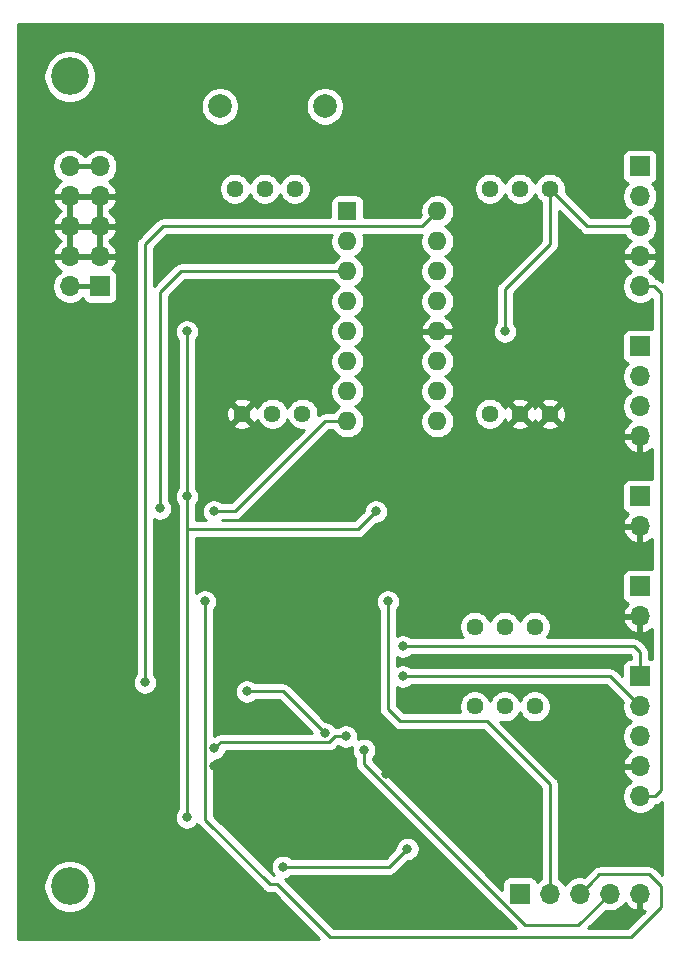
<source format=gbr>
G04 #@! TF.GenerationSoftware,KiCad,Pcbnew,5.1.5-52549c5~84~ubuntu18.04.1*
G04 #@! TF.CreationDate,2020-01-29T17:28:10-05:00*
G04 #@! TF.ProjectId,CEM3340_VCO,43454d33-3334-4305-9f56-434f2e6b6963,rev?*
G04 #@! TF.SameCoordinates,Original*
G04 #@! TF.FileFunction,Copper,L2,Bot*
G04 #@! TF.FilePolarity,Positive*
%FSLAX46Y46*%
G04 Gerber Fmt 4.6, Leading zero omitted, Abs format (unit mm)*
G04 Created by KiCad (PCBNEW 5.1.5-52549c5~84~ubuntu18.04.1) date 2020-01-29 17:28:10*
%MOMM*%
%LPD*%
G04 APERTURE LIST*
%ADD10C,3.200000*%
%ADD11C,1.440000*%
%ADD12O,1.600000X1.600000*%
%ADD13R,1.600000X1.600000*%
%ADD14C,2.000000*%
%ADD15O,1.700000X1.700000*%
%ADD16R,1.700000X1.700000*%
%ADD17C,0.800000*%
%ADD18C,0.400000*%
%ADD19C,0.250000*%
%ADD20C,0.254000*%
G04 APERTURE END LIST*
D10*
X81280000Y-124460000D03*
X81280000Y-55880000D03*
D11*
X100965000Y-84455000D03*
X98425000Y-84455000D03*
X95885000Y-84455000D03*
X120650000Y-109220000D03*
X118110000Y-109220000D03*
X115570000Y-109220000D03*
D12*
X112395000Y-67310000D03*
X104775000Y-85090000D03*
X112395000Y-69850000D03*
X104775000Y-82550000D03*
X112395000Y-72390000D03*
X104775000Y-80010000D03*
X112395000Y-74930000D03*
X104775000Y-77470000D03*
X112395000Y-77470000D03*
X104775000Y-74930000D03*
X112395000Y-80010000D03*
X104775000Y-72390000D03*
X112395000Y-82550000D03*
X104775000Y-69850000D03*
X112395000Y-85090000D03*
D13*
X104775000Y-67310000D03*
D14*
X102870000Y-58420000D03*
X93980000Y-58420000D03*
D11*
X120650000Y-102489000D03*
X118110000Y-102489000D03*
X115570000Y-102489000D03*
X116840000Y-84455000D03*
X119380000Y-84455000D03*
X121920000Y-84455000D03*
X121920000Y-65405000D03*
X119380000Y-65405000D03*
X116840000Y-65405000D03*
X95250000Y-65405000D03*
X97790000Y-65405000D03*
X100330000Y-65405000D03*
D15*
X129540000Y-101600000D03*
D16*
X129540000Y-99060000D03*
D15*
X129540000Y-116840000D03*
X129540000Y-114300000D03*
X129540000Y-111760000D03*
X129540000Y-109220000D03*
D16*
X129540000Y-106680000D03*
D15*
X129540000Y-93980000D03*
D16*
X129540000Y-91440000D03*
D15*
X129540000Y-73660000D03*
X129540000Y-71120000D03*
X129540000Y-68580000D03*
X129540000Y-66040000D03*
D16*
X129540000Y-63500000D03*
X129540000Y-78740000D03*
D15*
X129540000Y-81280000D03*
X129540000Y-83820000D03*
X129540000Y-86360000D03*
D16*
X119380000Y-125095000D03*
D15*
X121920000Y-125095000D03*
X124460000Y-125095000D03*
X127000000Y-125095000D03*
X129540000Y-125095000D03*
D16*
X83820000Y-73660000D03*
D15*
X81280000Y-73660000D03*
X83820000Y-71120000D03*
X81280000Y-71120000D03*
X83820000Y-68580000D03*
X81280000Y-68580000D03*
X83820000Y-66040000D03*
X81280000Y-66040000D03*
X83820000Y-63500000D03*
X81280000Y-63500000D03*
D17*
X96012000Y-117602000D03*
X97282000Y-114046000D03*
X100584000Y-118872000D03*
X93472000Y-114300000D03*
X97028000Y-93218000D03*
X96520000Y-100076000D03*
X97028000Y-102108000D03*
X125730000Y-71374000D03*
X125730000Y-76200000D03*
X119126000Y-68326000D03*
X119380000Y-78740000D03*
X96012000Y-95504000D03*
X98044000Y-74930000D03*
X95758000Y-73914000D03*
X97536000Y-70612000D03*
X103632000Y-114808000D03*
X108077000Y-114935000D03*
X112141000Y-115443000D03*
X109728000Y-111760000D03*
X103251000Y-100711000D03*
X110871000Y-98425000D03*
X114808000Y-105283000D03*
X113538000Y-108458000D03*
X115697000Y-111760000D03*
X103759000Y-89027000D03*
X108712000Y-88138000D03*
X108331000Y-83312000D03*
X107188000Y-79248000D03*
X109855000Y-77470000D03*
X107696000Y-72517000D03*
X107950000Y-65151000D03*
X112649000Y-63627000D03*
X102616000Y-64262000D03*
X98679000Y-60452000D03*
X89281000Y-64262000D03*
X90043000Y-70231000D03*
X81407000Y-77216000D03*
X79756000Y-84709000D03*
X80264000Y-92583000D03*
X88773000Y-94996000D03*
X86106000Y-94361000D03*
X81026000Y-99441000D03*
X80264000Y-109347000D03*
X77851000Y-103124000D03*
X77470000Y-117729000D03*
X86106000Y-122174000D03*
X86868000Y-117475000D03*
X89662000Y-114554000D03*
X89154000Y-109728000D03*
X89789000Y-98933000D03*
X85979000Y-100457000D03*
X106680000Y-101854000D03*
X110617000Y-101981000D03*
X113284000Y-93726000D03*
X121412000Y-93980000D03*
X117983000Y-88011000D03*
X124841000Y-87249000D03*
X115316000Y-82423000D03*
X108585000Y-58420000D03*
X118237000Y-54864000D03*
X128397000Y-55499000D03*
X98552000Y-54737000D03*
X86487000Y-56388000D03*
X126746000Y-109347000D03*
X125349000Y-105410000D03*
X124587000Y-102489000D03*
X127000000Y-116586000D03*
X128143000Y-120523000D03*
X120523000Y-122428000D03*
X112141000Y-123317000D03*
X117602000Y-122936000D03*
X102362000Y-125476000D03*
X98425000Y-126746000D03*
X90043000Y-83820000D03*
X90043000Y-78867000D03*
X86233000Y-84455000D03*
X90678000Y-74930000D03*
X118745000Y-97790000D03*
X109855000Y-121285000D03*
X99314000Y-122809000D03*
X87630000Y-107188000D03*
X88900000Y-92456000D03*
X118110000Y-77470000D03*
X91186000Y-118618000D03*
X91186000Y-77470000D03*
X91186000Y-91440000D03*
X107188000Y-92710000D03*
X109474000Y-104140000D03*
X104648000Y-111760000D03*
X93471994Y-112776000D03*
X106172000Y-112903000D03*
X92710000Y-100330000D03*
X108204000Y-100330000D03*
X102870000Y-111506000D03*
X96266000Y-107950000D03*
X93472000Y-92710000D03*
X109474000Y-106680000D03*
D18*
X81280000Y-63500000D02*
X83820000Y-63500000D01*
D19*
X108331000Y-122809000D02*
X109855000Y-121285000D01*
X99314000Y-122809000D02*
X108331000Y-122809000D01*
D18*
X81280000Y-73660000D02*
X83820000Y-73660000D01*
D19*
X111125000Y-68580000D02*
X112395000Y-67310000D01*
X87630000Y-107188000D02*
X87630000Y-70104000D01*
X89154000Y-68580000D02*
X111125000Y-68580000D01*
X87630000Y-70104000D02*
X89154000Y-68580000D01*
X103643630Y-72390000D02*
X104775000Y-72390000D01*
X90678000Y-72390000D02*
X103643630Y-72390000D01*
X88900000Y-92456000D02*
X88900000Y-74168000D01*
X88900000Y-74168000D02*
X90678000Y-72390000D01*
X125095000Y-68580000D02*
X121920000Y-65405000D01*
X129540000Y-68580000D02*
X125095000Y-68580000D01*
X118110000Y-77470000D02*
X118110000Y-73914000D01*
X121920000Y-70104000D02*
X121920000Y-65405000D01*
X118110000Y-73914000D02*
X121920000Y-70104000D01*
X131318000Y-116332000D02*
X130810000Y-116840000D01*
X130810000Y-116840000D02*
X129540000Y-116840000D01*
X131318000Y-74235919D02*
X131318000Y-116332000D01*
X129540000Y-73660000D02*
X130742081Y-73660000D01*
X130742081Y-73660000D02*
X131318000Y-74235919D01*
X91186000Y-91440000D02*
X91186000Y-77470000D01*
X91186000Y-118618000D02*
X91186000Y-93980000D01*
X91186000Y-93980000D02*
X91186000Y-91440000D01*
X107188000Y-92710000D02*
X105664000Y-94234000D01*
X91186000Y-94234000D02*
X91186000Y-93980000D01*
X105664000Y-94234000D02*
X91186000Y-94234000D01*
X129540000Y-104648000D02*
X129540000Y-106680000D01*
X109474000Y-104140000D02*
X129032000Y-104140000D01*
X129032000Y-104140000D02*
X129540000Y-104648000D01*
X119830315Y-127762000D02*
X106172000Y-114103685D01*
X106172000Y-113468685D02*
X106172000Y-112903000D01*
X106172000Y-114103685D02*
X106172000Y-113468685D01*
X127000000Y-125095000D02*
X124333000Y-127762000D01*
X124333000Y-127762000D02*
X119830315Y-127762000D01*
X93979994Y-112268000D02*
X93871993Y-112376001D01*
X103251000Y-112268000D02*
X93979994Y-112268000D01*
X104648000Y-111760000D02*
X103759000Y-111760000D01*
X93871993Y-112376001D02*
X93471994Y-112776000D01*
X103759000Y-111760000D02*
X103251000Y-112268000D01*
X98203998Y-124296002D02*
X98839000Y-124296002D01*
X128778000Y-128778000D02*
X131318000Y-126238000D01*
X92710000Y-118802004D02*
X98203998Y-124296002D01*
X130302000Y-123444000D02*
X126111000Y-123444000D01*
X126111000Y-123444000D02*
X125309999Y-124245001D01*
X125309999Y-124245001D02*
X124460000Y-125095000D01*
X103320998Y-128778000D02*
X128778000Y-128778000D01*
X131318000Y-124460000D02*
X130302000Y-123444000D01*
X92710000Y-100330000D02*
X92710000Y-118802004D01*
X131318000Y-126238000D02*
X131318000Y-124460000D01*
X98839000Y-124296002D02*
X103320998Y-128778000D01*
X108204000Y-109474000D02*
X108204000Y-100330000D01*
X109220000Y-110490000D02*
X108204000Y-109474000D01*
X116586000Y-110490000D02*
X109220000Y-110490000D01*
X121920000Y-125095000D02*
X121920000Y-115824000D01*
X121920000Y-115824000D02*
X116586000Y-110490000D01*
X99314000Y-107950000D02*
X102870000Y-111506000D01*
X96266000Y-107950000D02*
X99314000Y-107950000D01*
X102870000Y-85090000D02*
X104775000Y-85090000D01*
X93472000Y-92710000D02*
X95250000Y-92710000D01*
X95250000Y-92710000D02*
X102870000Y-85090000D01*
X127000000Y-106680000D02*
X127762000Y-107442000D01*
X109474000Y-106680000D02*
X127000000Y-106680000D01*
X127762000Y-107442000D02*
X129540000Y-109220000D01*
D20*
G36*
X131420000Y-73263118D02*
G01*
X131305884Y-73149002D01*
X131282082Y-73119999D01*
X131166357Y-73025026D01*
X131034328Y-72954454D01*
X130891067Y-72910997D01*
X130820909Y-72904087D01*
X130693475Y-72713368D01*
X130486632Y-72506525D01*
X130304466Y-72384805D01*
X130421355Y-72315178D01*
X130637588Y-72120269D01*
X130811641Y-71886920D01*
X130936825Y-71624099D01*
X130981476Y-71476890D01*
X130860155Y-71247000D01*
X129667000Y-71247000D01*
X129667000Y-71267000D01*
X129413000Y-71267000D01*
X129413000Y-71247000D01*
X128219845Y-71247000D01*
X128098524Y-71476890D01*
X128143175Y-71624099D01*
X128268359Y-71886920D01*
X128442412Y-72120269D01*
X128658645Y-72315178D01*
X128775534Y-72384805D01*
X128593368Y-72506525D01*
X128386525Y-72713368D01*
X128224010Y-72956589D01*
X128112068Y-73226842D01*
X128055000Y-73513740D01*
X128055000Y-73806260D01*
X128112068Y-74093158D01*
X128224010Y-74363411D01*
X128386525Y-74606632D01*
X128593368Y-74813475D01*
X128836589Y-74975990D01*
X129106842Y-75087932D01*
X129393740Y-75145000D01*
X129686260Y-75145000D01*
X129973158Y-75087932D01*
X130243411Y-74975990D01*
X130486632Y-74813475D01*
X130558000Y-74742107D01*
X130558000Y-77277389D01*
X130514482Y-77264188D01*
X130390000Y-77251928D01*
X128690000Y-77251928D01*
X128565518Y-77264188D01*
X128445820Y-77300498D01*
X128335506Y-77359463D01*
X128238815Y-77438815D01*
X128159463Y-77535506D01*
X128100498Y-77645820D01*
X128064188Y-77765518D01*
X128051928Y-77890000D01*
X128051928Y-79590000D01*
X128064188Y-79714482D01*
X128100498Y-79834180D01*
X128159463Y-79944494D01*
X128238815Y-80041185D01*
X128335506Y-80120537D01*
X128445820Y-80179502D01*
X128518380Y-80201513D01*
X128386525Y-80333368D01*
X128224010Y-80576589D01*
X128112068Y-80846842D01*
X128055000Y-81133740D01*
X128055000Y-81426260D01*
X128112068Y-81713158D01*
X128224010Y-81983411D01*
X128386525Y-82226632D01*
X128593368Y-82433475D01*
X128767760Y-82550000D01*
X128593368Y-82666525D01*
X128386525Y-82873368D01*
X128224010Y-83116589D01*
X128112068Y-83386842D01*
X128055000Y-83673740D01*
X128055000Y-83966260D01*
X128112068Y-84253158D01*
X128224010Y-84523411D01*
X128386525Y-84766632D01*
X128593368Y-84973475D01*
X128775534Y-85095195D01*
X128658645Y-85164822D01*
X128442412Y-85359731D01*
X128268359Y-85593080D01*
X128143175Y-85855901D01*
X128098524Y-86003110D01*
X128219845Y-86233000D01*
X129413000Y-86233000D01*
X129413000Y-86213000D01*
X129667000Y-86213000D01*
X129667000Y-86233000D01*
X129687000Y-86233000D01*
X129687000Y-86487000D01*
X129667000Y-86487000D01*
X129667000Y-87680814D01*
X129896891Y-87801481D01*
X130171252Y-87704157D01*
X130421355Y-87555178D01*
X130558000Y-87432008D01*
X130558000Y-89977389D01*
X130514482Y-89964188D01*
X130390000Y-89951928D01*
X128690000Y-89951928D01*
X128565518Y-89964188D01*
X128445820Y-90000498D01*
X128335506Y-90059463D01*
X128238815Y-90138815D01*
X128159463Y-90235506D01*
X128100498Y-90345820D01*
X128064188Y-90465518D01*
X128051928Y-90590000D01*
X128051928Y-92290000D01*
X128064188Y-92414482D01*
X128100498Y-92534180D01*
X128159463Y-92644494D01*
X128238815Y-92741185D01*
X128335506Y-92820537D01*
X128445820Y-92879502D01*
X128526466Y-92903966D01*
X128442412Y-92979731D01*
X128268359Y-93213080D01*
X128143175Y-93475901D01*
X128098524Y-93623110D01*
X128219845Y-93853000D01*
X129413000Y-93853000D01*
X129413000Y-93833000D01*
X129667000Y-93833000D01*
X129667000Y-93853000D01*
X129687000Y-93853000D01*
X129687000Y-94107000D01*
X129667000Y-94107000D01*
X129667000Y-95300814D01*
X129896891Y-95421481D01*
X130171252Y-95324157D01*
X130421355Y-95175178D01*
X130558000Y-95052008D01*
X130558001Y-97597389D01*
X130514482Y-97584188D01*
X130390000Y-97571928D01*
X128690000Y-97571928D01*
X128565518Y-97584188D01*
X128445820Y-97620498D01*
X128335506Y-97679463D01*
X128238815Y-97758815D01*
X128159463Y-97855506D01*
X128100498Y-97965820D01*
X128064188Y-98085518D01*
X128051928Y-98210000D01*
X128051928Y-99910000D01*
X128064188Y-100034482D01*
X128100498Y-100154180D01*
X128159463Y-100264494D01*
X128238815Y-100361185D01*
X128335506Y-100440537D01*
X128445820Y-100499502D01*
X128526466Y-100523966D01*
X128442412Y-100599731D01*
X128268359Y-100833080D01*
X128143175Y-101095901D01*
X128098524Y-101243110D01*
X128219845Y-101473000D01*
X129413000Y-101473000D01*
X129413000Y-101453000D01*
X129667000Y-101453000D01*
X129667000Y-101473000D01*
X129687000Y-101473000D01*
X129687000Y-101727000D01*
X129667000Y-101727000D01*
X129667000Y-102920814D01*
X129896891Y-103041481D01*
X130171252Y-102944157D01*
X130421355Y-102795178D01*
X130558001Y-102672008D01*
X130558001Y-105217389D01*
X130514482Y-105204188D01*
X130390000Y-105191928D01*
X130300000Y-105191928D01*
X130300000Y-104685322D01*
X130303676Y-104647999D01*
X130300000Y-104610676D01*
X130300000Y-104610667D01*
X130289003Y-104499014D01*
X130245546Y-104355753D01*
X130174974Y-104223724D01*
X130080001Y-104107999D01*
X130051003Y-104084202D01*
X129595803Y-103629002D01*
X129572001Y-103599999D01*
X129456276Y-103505026D01*
X129324247Y-103434454D01*
X129180986Y-103390997D01*
X129069333Y-103380000D01*
X129069322Y-103380000D01*
X129032000Y-103376324D01*
X128994678Y-103380000D01*
X121675259Y-103380000D01*
X121702497Y-103352762D01*
X121850785Y-103130833D01*
X121952928Y-102884239D01*
X122005000Y-102622456D01*
X122005000Y-102355544D01*
X121952928Y-102093761D01*
X121896234Y-101956890D01*
X128098524Y-101956890D01*
X128143175Y-102104099D01*
X128268359Y-102366920D01*
X128442412Y-102600269D01*
X128658645Y-102795178D01*
X128908748Y-102944157D01*
X129183109Y-103041481D01*
X129413000Y-102920814D01*
X129413000Y-101727000D01*
X128219845Y-101727000D01*
X128098524Y-101956890D01*
X121896234Y-101956890D01*
X121850785Y-101847167D01*
X121702497Y-101625238D01*
X121513762Y-101436503D01*
X121291833Y-101288215D01*
X121045239Y-101186072D01*
X120783456Y-101134000D01*
X120516544Y-101134000D01*
X120254761Y-101186072D01*
X120008167Y-101288215D01*
X119786238Y-101436503D01*
X119597503Y-101625238D01*
X119449215Y-101847167D01*
X119380000Y-102014266D01*
X119310785Y-101847167D01*
X119162497Y-101625238D01*
X118973762Y-101436503D01*
X118751833Y-101288215D01*
X118505239Y-101186072D01*
X118243456Y-101134000D01*
X117976544Y-101134000D01*
X117714761Y-101186072D01*
X117468167Y-101288215D01*
X117246238Y-101436503D01*
X117057503Y-101625238D01*
X116909215Y-101847167D01*
X116840000Y-102014266D01*
X116770785Y-101847167D01*
X116622497Y-101625238D01*
X116433762Y-101436503D01*
X116211833Y-101288215D01*
X115965239Y-101186072D01*
X115703456Y-101134000D01*
X115436544Y-101134000D01*
X115174761Y-101186072D01*
X114928167Y-101288215D01*
X114706238Y-101436503D01*
X114517503Y-101625238D01*
X114369215Y-101847167D01*
X114267072Y-102093761D01*
X114215000Y-102355544D01*
X114215000Y-102622456D01*
X114267072Y-102884239D01*
X114369215Y-103130833D01*
X114517503Y-103352762D01*
X114544741Y-103380000D01*
X110177711Y-103380000D01*
X110133774Y-103336063D01*
X109964256Y-103222795D01*
X109775898Y-103144774D01*
X109575939Y-103105000D01*
X109372061Y-103105000D01*
X109172102Y-103144774D01*
X108983744Y-103222795D01*
X108964000Y-103235987D01*
X108964000Y-101033711D01*
X109007937Y-100989774D01*
X109121205Y-100820256D01*
X109199226Y-100631898D01*
X109239000Y-100431939D01*
X109239000Y-100228061D01*
X109199226Y-100028102D01*
X109121205Y-99839744D01*
X109007937Y-99670226D01*
X108863774Y-99526063D01*
X108694256Y-99412795D01*
X108505898Y-99334774D01*
X108305939Y-99295000D01*
X108102061Y-99295000D01*
X107902102Y-99334774D01*
X107713744Y-99412795D01*
X107544226Y-99526063D01*
X107400063Y-99670226D01*
X107286795Y-99839744D01*
X107208774Y-100028102D01*
X107169000Y-100228061D01*
X107169000Y-100431939D01*
X107208774Y-100631898D01*
X107286795Y-100820256D01*
X107400063Y-100989774D01*
X107444001Y-101033712D01*
X107444000Y-109436678D01*
X107440324Y-109474000D01*
X107444000Y-109511322D01*
X107444000Y-109511332D01*
X107454997Y-109622985D01*
X107486344Y-109726324D01*
X107498454Y-109766246D01*
X107569026Y-109898276D01*
X107591944Y-109926201D01*
X107663999Y-110014001D01*
X107693002Y-110037804D01*
X108656200Y-111001002D01*
X108679999Y-111030001D01*
X108708997Y-111053799D01*
X108795723Y-111124974D01*
X108927753Y-111195546D01*
X109071014Y-111239003D01*
X109182667Y-111250000D01*
X109182677Y-111250000D01*
X109220000Y-111253676D01*
X109257322Y-111250000D01*
X116271199Y-111250000D01*
X121160001Y-116138803D01*
X121160000Y-123816821D01*
X120973368Y-123941525D01*
X120841513Y-124073380D01*
X120819502Y-124000820D01*
X120760537Y-123890506D01*
X120681185Y-123793815D01*
X120584494Y-123714463D01*
X120474180Y-123655498D01*
X120354482Y-123619188D01*
X120230000Y-123606928D01*
X118530000Y-123606928D01*
X118405518Y-123619188D01*
X118285820Y-123655498D01*
X118175506Y-123714463D01*
X118078815Y-123793815D01*
X117999463Y-123890506D01*
X117940498Y-124000820D01*
X117904188Y-124120518D01*
X117891928Y-124245000D01*
X117891928Y-124748811D01*
X106932000Y-113788884D01*
X106932000Y-113606711D01*
X106975937Y-113562774D01*
X107089205Y-113393256D01*
X107167226Y-113204898D01*
X107207000Y-113004939D01*
X107207000Y-112801061D01*
X107167226Y-112601102D01*
X107089205Y-112412744D01*
X106975937Y-112243226D01*
X106831774Y-112099063D01*
X106662256Y-111985795D01*
X106473898Y-111907774D01*
X106273939Y-111868000D01*
X106070061Y-111868000D01*
X105870102Y-111907774D01*
X105681744Y-111985795D01*
X105654780Y-112003812D01*
X105683000Y-111861939D01*
X105683000Y-111658061D01*
X105643226Y-111458102D01*
X105565205Y-111269744D01*
X105451937Y-111100226D01*
X105307774Y-110956063D01*
X105138256Y-110842795D01*
X104949898Y-110764774D01*
X104749939Y-110725000D01*
X104546061Y-110725000D01*
X104346102Y-110764774D01*
X104157744Y-110842795D01*
X103988226Y-110956063D01*
X103944289Y-111000000D01*
X103796322Y-111000000D01*
X103775302Y-110997930D01*
X103673937Y-110846226D01*
X103529774Y-110702063D01*
X103360256Y-110588795D01*
X103171898Y-110510774D01*
X102971939Y-110471000D01*
X102909803Y-110471000D01*
X99877804Y-107439003D01*
X99854001Y-107409999D01*
X99738276Y-107315026D01*
X99606247Y-107244454D01*
X99462986Y-107200997D01*
X99351333Y-107190000D01*
X99351322Y-107190000D01*
X99314000Y-107186324D01*
X99276678Y-107190000D01*
X96969711Y-107190000D01*
X96925774Y-107146063D01*
X96756256Y-107032795D01*
X96567898Y-106954774D01*
X96367939Y-106915000D01*
X96164061Y-106915000D01*
X95964102Y-106954774D01*
X95775744Y-107032795D01*
X95606226Y-107146063D01*
X95462063Y-107290226D01*
X95348795Y-107459744D01*
X95270774Y-107648102D01*
X95231000Y-107848061D01*
X95231000Y-108051939D01*
X95270774Y-108251898D01*
X95348795Y-108440256D01*
X95462063Y-108609774D01*
X95606226Y-108753937D01*
X95775744Y-108867205D01*
X95964102Y-108945226D01*
X96164061Y-108985000D01*
X96367939Y-108985000D01*
X96567898Y-108945226D01*
X96756256Y-108867205D01*
X96925774Y-108753937D01*
X96969711Y-108710000D01*
X98999199Y-108710000D01*
X101797197Y-111508000D01*
X94017316Y-111508000D01*
X93979993Y-111504324D01*
X93942671Y-111508000D01*
X93942661Y-111508000D01*
X93831008Y-111518997D01*
X93687747Y-111562454D01*
X93555718Y-111633026D01*
X93470000Y-111703373D01*
X93470000Y-101033711D01*
X93513937Y-100989774D01*
X93627205Y-100820256D01*
X93705226Y-100631898D01*
X93745000Y-100431939D01*
X93745000Y-100228061D01*
X93705226Y-100028102D01*
X93627205Y-99839744D01*
X93513937Y-99670226D01*
X93369774Y-99526063D01*
X93200256Y-99412795D01*
X93011898Y-99334774D01*
X92811939Y-99295000D01*
X92608061Y-99295000D01*
X92408102Y-99334774D01*
X92219744Y-99412795D01*
X92050226Y-99526063D01*
X91946000Y-99630289D01*
X91946000Y-94994000D01*
X105626678Y-94994000D01*
X105664000Y-94997676D01*
X105701322Y-94994000D01*
X105701333Y-94994000D01*
X105812986Y-94983003D01*
X105956247Y-94939546D01*
X106088276Y-94868974D01*
X106204001Y-94774001D01*
X106227803Y-94744998D01*
X106635911Y-94336890D01*
X128098524Y-94336890D01*
X128143175Y-94484099D01*
X128268359Y-94746920D01*
X128442412Y-94980269D01*
X128658645Y-95175178D01*
X128908748Y-95324157D01*
X129183109Y-95421481D01*
X129413000Y-95300814D01*
X129413000Y-94107000D01*
X128219845Y-94107000D01*
X128098524Y-94336890D01*
X106635911Y-94336890D01*
X107227802Y-93745000D01*
X107289939Y-93745000D01*
X107489898Y-93705226D01*
X107678256Y-93627205D01*
X107847774Y-93513937D01*
X107991937Y-93369774D01*
X108105205Y-93200256D01*
X108183226Y-93011898D01*
X108223000Y-92811939D01*
X108223000Y-92608061D01*
X108183226Y-92408102D01*
X108105205Y-92219744D01*
X107991937Y-92050226D01*
X107847774Y-91906063D01*
X107678256Y-91792795D01*
X107489898Y-91714774D01*
X107289939Y-91675000D01*
X107086061Y-91675000D01*
X106886102Y-91714774D01*
X106697744Y-91792795D01*
X106528226Y-91906063D01*
X106384063Y-92050226D01*
X106270795Y-92219744D01*
X106192774Y-92408102D01*
X106153000Y-92608061D01*
X106153000Y-92670198D01*
X105349199Y-93474000D01*
X94171711Y-93474000D01*
X94175711Y-93470000D01*
X95212678Y-93470000D01*
X95250000Y-93473676D01*
X95287322Y-93470000D01*
X95287333Y-93470000D01*
X95398986Y-93459003D01*
X95542247Y-93415546D01*
X95674276Y-93344974D01*
X95790001Y-93250001D01*
X95813804Y-93220997D01*
X102317911Y-86716890D01*
X128098524Y-86716890D01*
X128143175Y-86864099D01*
X128268359Y-87126920D01*
X128442412Y-87360269D01*
X128658645Y-87555178D01*
X128908748Y-87704157D01*
X129183109Y-87801481D01*
X129413000Y-87680814D01*
X129413000Y-86487000D01*
X128219845Y-86487000D01*
X128098524Y-86716890D01*
X102317911Y-86716890D01*
X103184802Y-85850000D01*
X103556957Y-85850000D01*
X103660363Y-86004759D01*
X103860241Y-86204637D01*
X104095273Y-86361680D01*
X104356426Y-86469853D01*
X104633665Y-86525000D01*
X104916335Y-86525000D01*
X105193574Y-86469853D01*
X105454727Y-86361680D01*
X105689759Y-86204637D01*
X105889637Y-86004759D01*
X106046680Y-85769727D01*
X106154853Y-85508574D01*
X106210000Y-85231335D01*
X106210000Y-84948665D01*
X106154853Y-84671426D01*
X106046680Y-84410273D01*
X105889637Y-84175241D01*
X105689759Y-83975363D01*
X105457241Y-83820000D01*
X105689759Y-83664637D01*
X105889637Y-83464759D01*
X106046680Y-83229727D01*
X106154853Y-82968574D01*
X106210000Y-82691335D01*
X106210000Y-82408665D01*
X106154853Y-82131426D01*
X106046680Y-81870273D01*
X105889637Y-81635241D01*
X105689759Y-81435363D01*
X105457241Y-81280000D01*
X105689759Y-81124637D01*
X105889637Y-80924759D01*
X106046680Y-80689727D01*
X106154853Y-80428574D01*
X106210000Y-80151335D01*
X106210000Y-79868665D01*
X110960000Y-79868665D01*
X110960000Y-80151335D01*
X111015147Y-80428574D01*
X111123320Y-80689727D01*
X111280363Y-80924759D01*
X111480241Y-81124637D01*
X111712759Y-81280000D01*
X111480241Y-81435363D01*
X111280363Y-81635241D01*
X111123320Y-81870273D01*
X111015147Y-82131426D01*
X110960000Y-82408665D01*
X110960000Y-82691335D01*
X111015147Y-82968574D01*
X111123320Y-83229727D01*
X111280363Y-83464759D01*
X111480241Y-83664637D01*
X111712759Y-83820000D01*
X111480241Y-83975363D01*
X111280363Y-84175241D01*
X111123320Y-84410273D01*
X111015147Y-84671426D01*
X110960000Y-84948665D01*
X110960000Y-85231335D01*
X111015147Y-85508574D01*
X111123320Y-85769727D01*
X111280363Y-86004759D01*
X111480241Y-86204637D01*
X111715273Y-86361680D01*
X111976426Y-86469853D01*
X112253665Y-86525000D01*
X112536335Y-86525000D01*
X112813574Y-86469853D01*
X113074727Y-86361680D01*
X113309759Y-86204637D01*
X113509637Y-86004759D01*
X113666680Y-85769727D01*
X113774853Y-85508574D01*
X113830000Y-85231335D01*
X113830000Y-84948665D01*
X113774853Y-84671426D01*
X113666680Y-84410273D01*
X113607394Y-84321544D01*
X115485000Y-84321544D01*
X115485000Y-84588456D01*
X115537072Y-84850239D01*
X115639215Y-85096833D01*
X115787503Y-85318762D01*
X115976238Y-85507497D01*
X116198167Y-85655785D01*
X116444761Y-85757928D01*
X116706544Y-85810000D01*
X116973456Y-85810000D01*
X117235239Y-85757928D01*
X117481833Y-85655785D01*
X117703762Y-85507497D01*
X117820699Y-85390560D01*
X118624045Y-85390560D01*
X118685932Y-85626368D01*
X118927790Y-85739266D01*
X119187027Y-85802811D01*
X119453680Y-85814561D01*
X119717501Y-85774063D01*
X119968353Y-85682875D01*
X120074068Y-85626368D01*
X120135955Y-85390560D01*
X121164045Y-85390560D01*
X121225932Y-85626368D01*
X121467790Y-85739266D01*
X121727027Y-85802811D01*
X121993680Y-85814561D01*
X122257501Y-85774063D01*
X122508353Y-85682875D01*
X122614068Y-85626368D01*
X122675955Y-85390560D01*
X121920000Y-84634605D01*
X121164045Y-85390560D01*
X120135955Y-85390560D01*
X119380000Y-84634605D01*
X118624045Y-85390560D01*
X117820699Y-85390560D01*
X117892497Y-85318762D01*
X118040785Y-85096833D01*
X118110438Y-84928676D01*
X118152125Y-85043353D01*
X118208632Y-85149068D01*
X118444440Y-85210955D01*
X119200395Y-84455000D01*
X119559605Y-84455000D01*
X120315560Y-85210955D01*
X120551368Y-85149068D01*
X120652105Y-84933262D01*
X120692125Y-85043353D01*
X120748632Y-85149068D01*
X120984440Y-85210955D01*
X121740395Y-84455000D01*
X122099605Y-84455000D01*
X122855560Y-85210955D01*
X123091368Y-85149068D01*
X123204266Y-84907210D01*
X123267811Y-84647973D01*
X123279561Y-84381320D01*
X123239063Y-84117499D01*
X123147875Y-83866647D01*
X123091368Y-83760932D01*
X122855560Y-83699045D01*
X122099605Y-84455000D01*
X121740395Y-84455000D01*
X120984440Y-83699045D01*
X120748632Y-83760932D01*
X120647895Y-83976738D01*
X120607875Y-83866647D01*
X120551368Y-83760932D01*
X120315560Y-83699045D01*
X119559605Y-84455000D01*
X119200395Y-84455000D01*
X118444440Y-83699045D01*
X118208632Y-83760932D01*
X118108236Y-83976007D01*
X118040785Y-83813167D01*
X117892497Y-83591238D01*
X117820699Y-83519440D01*
X118624045Y-83519440D01*
X119380000Y-84275395D01*
X120135955Y-83519440D01*
X121164045Y-83519440D01*
X121920000Y-84275395D01*
X122675955Y-83519440D01*
X122614068Y-83283632D01*
X122372210Y-83170734D01*
X122112973Y-83107189D01*
X121846320Y-83095439D01*
X121582499Y-83135937D01*
X121331647Y-83227125D01*
X121225932Y-83283632D01*
X121164045Y-83519440D01*
X120135955Y-83519440D01*
X120074068Y-83283632D01*
X119832210Y-83170734D01*
X119572973Y-83107189D01*
X119306320Y-83095439D01*
X119042499Y-83135937D01*
X118791647Y-83227125D01*
X118685932Y-83283632D01*
X118624045Y-83519440D01*
X117820699Y-83519440D01*
X117703762Y-83402503D01*
X117481833Y-83254215D01*
X117235239Y-83152072D01*
X116973456Y-83100000D01*
X116706544Y-83100000D01*
X116444761Y-83152072D01*
X116198167Y-83254215D01*
X115976238Y-83402503D01*
X115787503Y-83591238D01*
X115639215Y-83813167D01*
X115537072Y-84059761D01*
X115485000Y-84321544D01*
X113607394Y-84321544D01*
X113509637Y-84175241D01*
X113309759Y-83975363D01*
X113077241Y-83820000D01*
X113309759Y-83664637D01*
X113509637Y-83464759D01*
X113666680Y-83229727D01*
X113774853Y-82968574D01*
X113830000Y-82691335D01*
X113830000Y-82408665D01*
X113774853Y-82131426D01*
X113666680Y-81870273D01*
X113509637Y-81635241D01*
X113309759Y-81435363D01*
X113077241Y-81280000D01*
X113309759Y-81124637D01*
X113509637Y-80924759D01*
X113666680Y-80689727D01*
X113774853Y-80428574D01*
X113830000Y-80151335D01*
X113830000Y-79868665D01*
X113774853Y-79591426D01*
X113666680Y-79330273D01*
X113509637Y-79095241D01*
X113309759Y-78895363D01*
X113074727Y-78738320D01*
X113064135Y-78733933D01*
X113250131Y-78622385D01*
X113458519Y-78433414D01*
X113626037Y-78207420D01*
X113746246Y-77953087D01*
X113786904Y-77819039D01*
X113664915Y-77597000D01*
X112522000Y-77597000D01*
X112522000Y-77617000D01*
X112268000Y-77617000D01*
X112268000Y-77597000D01*
X111125085Y-77597000D01*
X111003096Y-77819039D01*
X111043754Y-77953087D01*
X111163963Y-78207420D01*
X111331481Y-78433414D01*
X111539869Y-78622385D01*
X111725865Y-78733933D01*
X111715273Y-78738320D01*
X111480241Y-78895363D01*
X111280363Y-79095241D01*
X111123320Y-79330273D01*
X111015147Y-79591426D01*
X110960000Y-79868665D01*
X106210000Y-79868665D01*
X106154853Y-79591426D01*
X106046680Y-79330273D01*
X105889637Y-79095241D01*
X105689759Y-78895363D01*
X105457241Y-78740000D01*
X105689759Y-78584637D01*
X105889637Y-78384759D01*
X106046680Y-78149727D01*
X106154853Y-77888574D01*
X106210000Y-77611335D01*
X106210000Y-77328665D01*
X106154853Y-77051426D01*
X106046680Y-76790273D01*
X105889637Y-76555241D01*
X105689759Y-76355363D01*
X105457241Y-76200000D01*
X105689759Y-76044637D01*
X105889637Y-75844759D01*
X106046680Y-75609727D01*
X106154853Y-75348574D01*
X106210000Y-75071335D01*
X106210000Y-74788665D01*
X106154853Y-74511426D01*
X106046680Y-74250273D01*
X105889637Y-74015241D01*
X105689759Y-73815363D01*
X105457241Y-73660000D01*
X105689759Y-73504637D01*
X105889637Y-73304759D01*
X106046680Y-73069727D01*
X106154853Y-72808574D01*
X106210000Y-72531335D01*
X106210000Y-72248665D01*
X106154853Y-71971426D01*
X106046680Y-71710273D01*
X105889637Y-71475241D01*
X105689759Y-71275363D01*
X105457241Y-71120000D01*
X105689759Y-70964637D01*
X105889637Y-70764759D01*
X106046680Y-70529727D01*
X106154853Y-70268574D01*
X106210000Y-69991335D01*
X106210000Y-69708665D01*
X106154853Y-69431426D01*
X106116983Y-69340000D01*
X111053017Y-69340000D01*
X111015147Y-69431426D01*
X110960000Y-69708665D01*
X110960000Y-69991335D01*
X111015147Y-70268574D01*
X111123320Y-70529727D01*
X111280363Y-70764759D01*
X111480241Y-70964637D01*
X111712759Y-71120000D01*
X111480241Y-71275363D01*
X111280363Y-71475241D01*
X111123320Y-71710273D01*
X111015147Y-71971426D01*
X110960000Y-72248665D01*
X110960000Y-72531335D01*
X111015147Y-72808574D01*
X111123320Y-73069727D01*
X111280363Y-73304759D01*
X111480241Y-73504637D01*
X111712759Y-73660000D01*
X111480241Y-73815363D01*
X111280363Y-74015241D01*
X111123320Y-74250273D01*
X111015147Y-74511426D01*
X110960000Y-74788665D01*
X110960000Y-75071335D01*
X111015147Y-75348574D01*
X111123320Y-75609727D01*
X111280363Y-75844759D01*
X111480241Y-76044637D01*
X111715273Y-76201680D01*
X111725865Y-76206067D01*
X111539869Y-76317615D01*
X111331481Y-76506586D01*
X111163963Y-76732580D01*
X111043754Y-76986913D01*
X111003096Y-77120961D01*
X111125085Y-77343000D01*
X112268000Y-77343000D01*
X112268000Y-77323000D01*
X112522000Y-77323000D01*
X112522000Y-77343000D01*
X113664915Y-77343000D01*
X113786904Y-77120961D01*
X113746246Y-76986913D01*
X113626037Y-76732580D01*
X113458519Y-76506586D01*
X113250131Y-76317615D01*
X113064135Y-76206067D01*
X113074727Y-76201680D01*
X113309759Y-76044637D01*
X113509637Y-75844759D01*
X113666680Y-75609727D01*
X113774853Y-75348574D01*
X113830000Y-75071335D01*
X113830000Y-74788665D01*
X113774853Y-74511426D01*
X113666680Y-74250273D01*
X113509637Y-74015241D01*
X113309759Y-73815363D01*
X113077241Y-73660000D01*
X113309759Y-73504637D01*
X113509637Y-73304759D01*
X113666680Y-73069727D01*
X113774853Y-72808574D01*
X113830000Y-72531335D01*
X113830000Y-72248665D01*
X113774853Y-71971426D01*
X113666680Y-71710273D01*
X113509637Y-71475241D01*
X113309759Y-71275363D01*
X113077241Y-71120000D01*
X113309759Y-70964637D01*
X113509637Y-70764759D01*
X113666680Y-70529727D01*
X113774853Y-70268574D01*
X113830000Y-69991335D01*
X113830000Y-69708665D01*
X113774853Y-69431426D01*
X113666680Y-69170273D01*
X113509637Y-68935241D01*
X113309759Y-68735363D01*
X113077241Y-68580000D01*
X113309759Y-68424637D01*
X113509637Y-68224759D01*
X113666680Y-67989727D01*
X113774853Y-67728574D01*
X113830000Y-67451335D01*
X113830000Y-67168665D01*
X113774853Y-66891426D01*
X113666680Y-66630273D01*
X113509637Y-66395241D01*
X113309759Y-66195363D01*
X113074727Y-66038320D01*
X112813574Y-65930147D01*
X112536335Y-65875000D01*
X112253665Y-65875000D01*
X111976426Y-65930147D01*
X111715273Y-66038320D01*
X111480241Y-66195363D01*
X111280363Y-66395241D01*
X111123320Y-66630273D01*
X111015147Y-66891426D01*
X110960000Y-67168665D01*
X110960000Y-67451335D01*
X110996312Y-67633886D01*
X110810199Y-67820000D01*
X106213072Y-67820000D01*
X106213072Y-66510000D01*
X106200812Y-66385518D01*
X106164502Y-66265820D01*
X106105537Y-66155506D01*
X106026185Y-66058815D01*
X105929494Y-65979463D01*
X105819180Y-65920498D01*
X105699482Y-65884188D01*
X105575000Y-65871928D01*
X103975000Y-65871928D01*
X103850518Y-65884188D01*
X103730820Y-65920498D01*
X103620506Y-65979463D01*
X103523815Y-66058815D01*
X103444463Y-66155506D01*
X103385498Y-66265820D01*
X103349188Y-66385518D01*
X103336928Y-66510000D01*
X103336928Y-67820000D01*
X89191322Y-67820000D01*
X89153999Y-67816324D01*
X89116676Y-67820000D01*
X89116667Y-67820000D01*
X89005014Y-67830997D01*
X88861753Y-67874454D01*
X88729724Y-67945026D01*
X88729722Y-67945027D01*
X88729723Y-67945027D01*
X88642996Y-68016201D01*
X88642992Y-68016205D01*
X88613999Y-68039999D01*
X88590205Y-68068992D01*
X87118998Y-69540201D01*
X87090000Y-69563999D01*
X87066202Y-69592997D01*
X87066201Y-69592998D01*
X86995026Y-69679724D01*
X86924454Y-69811754D01*
X86898902Y-69895990D01*
X86880998Y-69955014D01*
X86870165Y-70065000D01*
X86866324Y-70104000D01*
X86870001Y-70141332D01*
X86870000Y-106484289D01*
X86826063Y-106528226D01*
X86712795Y-106697744D01*
X86634774Y-106886102D01*
X86595000Y-107086061D01*
X86595000Y-107289939D01*
X86634774Y-107489898D01*
X86712795Y-107678256D01*
X86826063Y-107847774D01*
X86970226Y-107991937D01*
X87139744Y-108105205D01*
X87328102Y-108183226D01*
X87528061Y-108223000D01*
X87731939Y-108223000D01*
X87931898Y-108183226D01*
X88120256Y-108105205D01*
X88289774Y-107991937D01*
X88433937Y-107847774D01*
X88547205Y-107678256D01*
X88625226Y-107489898D01*
X88665000Y-107289939D01*
X88665000Y-107086061D01*
X88625226Y-106886102D01*
X88547205Y-106697744D01*
X88433937Y-106528226D01*
X88390000Y-106484289D01*
X88390000Y-93360013D01*
X88409744Y-93373205D01*
X88598102Y-93451226D01*
X88798061Y-93491000D01*
X89001939Y-93491000D01*
X89201898Y-93451226D01*
X89390256Y-93373205D01*
X89559774Y-93259937D01*
X89703937Y-93115774D01*
X89817205Y-92946256D01*
X89895226Y-92757898D01*
X89935000Y-92557939D01*
X89935000Y-92354061D01*
X89895226Y-92154102D01*
X89817205Y-91965744D01*
X89703937Y-91796226D01*
X89660000Y-91752289D01*
X89660000Y-74482801D01*
X90992802Y-73150000D01*
X103556957Y-73150000D01*
X103660363Y-73304759D01*
X103860241Y-73504637D01*
X104092759Y-73660000D01*
X103860241Y-73815363D01*
X103660363Y-74015241D01*
X103503320Y-74250273D01*
X103395147Y-74511426D01*
X103340000Y-74788665D01*
X103340000Y-75071335D01*
X103395147Y-75348574D01*
X103503320Y-75609727D01*
X103660363Y-75844759D01*
X103860241Y-76044637D01*
X104092759Y-76200000D01*
X103860241Y-76355363D01*
X103660363Y-76555241D01*
X103503320Y-76790273D01*
X103395147Y-77051426D01*
X103340000Y-77328665D01*
X103340000Y-77611335D01*
X103395147Y-77888574D01*
X103503320Y-78149727D01*
X103660363Y-78384759D01*
X103860241Y-78584637D01*
X104092759Y-78740000D01*
X103860241Y-78895363D01*
X103660363Y-79095241D01*
X103503320Y-79330273D01*
X103395147Y-79591426D01*
X103340000Y-79868665D01*
X103340000Y-80151335D01*
X103395147Y-80428574D01*
X103503320Y-80689727D01*
X103660363Y-80924759D01*
X103860241Y-81124637D01*
X104092759Y-81280000D01*
X103860241Y-81435363D01*
X103660363Y-81635241D01*
X103503320Y-81870273D01*
X103395147Y-82131426D01*
X103340000Y-82408665D01*
X103340000Y-82691335D01*
X103395147Y-82968574D01*
X103503320Y-83229727D01*
X103660363Y-83464759D01*
X103860241Y-83664637D01*
X104092759Y-83820000D01*
X103860241Y-83975363D01*
X103660363Y-84175241D01*
X103556957Y-84330000D01*
X102907322Y-84330000D01*
X102869999Y-84326324D01*
X102832676Y-84330000D01*
X102832667Y-84330000D01*
X102721014Y-84340997D01*
X102577753Y-84384454D01*
X102445724Y-84455026D01*
X102329999Y-84549999D01*
X102320000Y-84562183D01*
X102320000Y-84321544D01*
X102267928Y-84059761D01*
X102165785Y-83813167D01*
X102017497Y-83591238D01*
X101828762Y-83402503D01*
X101606833Y-83254215D01*
X101360239Y-83152072D01*
X101098456Y-83100000D01*
X100831544Y-83100000D01*
X100569761Y-83152072D01*
X100323167Y-83254215D01*
X100101238Y-83402503D01*
X99912503Y-83591238D01*
X99764215Y-83813167D01*
X99695000Y-83980266D01*
X99625785Y-83813167D01*
X99477497Y-83591238D01*
X99288762Y-83402503D01*
X99066833Y-83254215D01*
X98820239Y-83152072D01*
X98558456Y-83100000D01*
X98291544Y-83100000D01*
X98029761Y-83152072D01*
X97783167Y-83254215D01*
X97561238Y-83402503D01*
X97372503Y-83591238D01*
X97224215Y-83813167D01*
X97154562Y-83981324D01*
X97112875Y-83866647D01*
X97056368Y-83760932D01*
X96820560Y-83699045D01*
X96064605Y-84455000D01*
X96820560Y-85210955D01*
X97056368Y-85149068D01*
X97156764Y-84933993D01*
X97224215Y-85096833D01*
X97372503Y-85318762D01*
X97561238Y-85507497D01*
X97783167Y-85655785D01*
X98029761Y-85757928D01*
X98291544Y-85810000D01*
X98558456Y-85810000D01*
X98820239Y-85757928D01*
X99066833Y-85655785D01*
X99288762Y-85507497D01*
X99477497Y-85318762D01*
X99625785Y-85096833D01*
X99695000Y-84929734D01*
X99764215Y-85096833D01*
X99912503Y-85318762D01*
X100101238Y-85507497D01*
X100323167Y-85655785D01*
X100569761Y-85757928D01*
X100831544Y-85810000D01*
X101075198Y-85810000D01*
X94935199Y-91950000D01*
X94175711Y-91950000D01*
X94131774Y-91906063D01*
X93962256Y-91792795D01*
X93773898Y-91714774D01*
X93573939Y-91675000D01*
X93370061Y-91675000D01*
X93170102Y-91714774D01*
X92981744Y-91792795D01*
X92812226Y-91906063D01*
X92668063Y-92050226D01*
X92554795Y-92219744D01*
X92476774Y-92408102D01*
X92437000Y-92608061D01*
X92437000Y-92811939D01*
X92476774Y-93011898D01*
X92554795Y-93200256D01*
X92668063Y-93369774D01*
X92772289Y-93474000D01*
X91946000Y-93474000D01*
X91946000Y-92143711D01*
X91989937Y-92099774D01*
X92103205Y-91930256D01*
X92181226Y-91741898D01*
X92221000Y-91541939D01*
X92221000Y-91338061D01*
X92181226Y-91138102D01*
X92103205Y-90949744D01*
X91989937Y-90780226D01*
X91946000Y-90736289D01*
X91946000Y-85390560D01*
X95129045Y-85390560D01*
X95190932Y-85626368D01*
X95432790Y-85739266D01*
X95692027Y-85802811D01*
X95958680Y-85814561D01*
X96222501Y-85774063D01*
X96473353Y-85682875D01*
X96579068Y-85626368D01*
X96640955Y-85390560D01*
X95885000Y-84634605D01*
X95129045Y-85390560D01*
X91946000Y-85390560D01*
X91946000Y-84528680D01*
X94525439Y-84528680D01*
X94565937Y-84792501D01*
X94657125Y-85043353D01*
X94713632Y-85149068D01*
X94949440Y-85210955D01*
X95705395Y-84455000D01*
X94949440Y-83699045D01*
X94713632Y-83760932D01*
X94600734Y-84002790D01*
X94537189Y-84262027D01*
X94525439Y-84528680D01*
X91946000Y-84528680D01*
X91946000Y-83519440D01*
X95129045Y-83519440D01*
X95885000Y-84275395D01*
X96640955Y-83519440D01*
X96579068Y-83283632D01*
X96337210Y-83170734D01*
X96077973Y-83107189D01*
X95811320Y-83095439D01*
X95547499Y-83135937D01*
X95296647Y-83227125D01*
X95190932Y-83283632D01*
X95129045Y-83519440D01*
X91946000Y-83519440D01*
X91946000Y-78173711D01*
X91989937Y-78129774D01*
X92103205Y-77960256D01*
X92181226Y-77771898D01*
X92221000Y-77571939D01*
X92221000Y-77368061D01*
X92181226Y-77168102D01*
X92103205Y-76979744D01*
X91989937Y-76810226D01*
X91845774Y-76666063D01*
X91676256Y-76552795D01*
X91487898Y-76474774D01*
X91287939Y-76435000D01*
X91084061Y-76435000D01*
X90884102Y-76474774D01*
X90695744Y-76552795D01*
X90526226Y-76666063D01*
X90382063Y-76810226D01*
X90268795Y-76979744D01*
X90190774Y-77168102D01*
X90151000Y-77368061D01*
X90151000Y-77571939D01*
X90190774Y-77771898D01*
X90268795Y-77960256D01*
X90382063Y-78129774D01*
X90426001Y-78173712D01*
X90426000Y-90736289D01*
X90382063Y-90780226D01*
X90268795Y-90949744D01*
X90190774Y-91138102D01*
X90151000Y-91338061D01*
X90151000Y-91541939D01*
X90190774Y-91741898D01*
X90268795Y-91930256D01*
X90382063Y-92099774D01*
X90426001Y-92143712D01*
X90426000Y-93942667D01*
X90426000Y-94196667D01*
X90422323Y-94234000D01*
X90426001Y-94271343D01*
X90426000Y-117914289D01*
X90382063Y-117958226D01*
X90268795Y-118127744D01*
X90190774Y-118316102D01*
X90151000Y-118516061D01*
X90151000Y-118719939D01*
X90190774Y-118919898D01*
X90268795Y-119108256D01*
X90382063Y-119277774D01*
X90526226Y-119421937D01*
X90695744Y-119535205D01*
X90884102Y-119613226D01*
X91084061Y-119653000D01*
X91287939Y-119653000D01*
X91487898Y-119613226D01*
X91676256Y-119535205D01*
X91845774Y-119421937D01*
X91989937Y-119277774D01*
X92052501Y-119184140D01*
X92075026Y-119226280D01*
X92117287Y-119277774D01*
X92170000Y-119342005D01*
X92198998Y-119365803D01*
X97640203Y-124807010D01*
X97663997Y-124836003D01*
X97692990Y-124859797D01*
X97692994Y-124859801D01*
X97763683Y-124917813D01*
X97779722Y-124930976D01*
X97911751Y-125001548D01*
X98055012Y-125045005D01*
X98166665Y-125056002D01*
X98166674Y-125056002D01*
X98203997Y-125059678D01*
X98241320Y-125056002D01*
X98524199Y-125056002D01*
X102348196Y-128880000D01*
X76860000Y-128880000D01*
X76860000Y-124239872D01*
X79045000Y-124239872D01*
X79045000Y-124680128D01*
X79130890Y-125111925D01*
X79299369Y-125518669D01*
X79543962Y-125884729D01*
X79855271Y-126196038D01*
X80221331Y-126440631D01*
X80628075Y-126609110D01*
X81059872Y-126695000D01*
X81500128Y-126695000D01*
X81931925Y-126609110D01*
X82338669Y-126440631D01*
X82704729Y-126196038D01*
X83016038Y-125884729D01*
X83260631Y-125518669D01*
X83429110Y-125111925D01*
X83515000Y-124680128D01*
X83515000Y-124239872D01*
X83429110Y-123808075D01*
X83260631Y-123401331D01*
X83016038Y-123035271D01*
X82704729Y-122723962D01*
X82338669Y-122479369D01*
X81931925Y-122310890D01*
X81500128Y-122225000D01*
X81059872Y-122225000D01*
X80628075Y-122310890D01*
X80221331Y-122479369D01*
X79855271Y-122723962D01*
X79543962Y-123035271D01*
X79299369Y-123401331D01*
X79130890Y-123808075D01*
X79045000Y-124239872D01*
X76860000Y-124239872D01*
X76860000Y-73513740D01*
X79795000Y-73513740D01*
X79795000Y-73806260D01*
X79852068Y-74093158D01*
X79964010Y-74363411D01*
X80126525Y-74606632D01*
X80333368Y-74813475D01*
X80576589Y-74975990D01*
X80846842Y-75087932D01*
X81133740Y-75145000D01*
X81426260Y-75145000D01*
X81713158Y-75087932D01*
X81983411Y-74975990D01*
X82226632Y-74813475D01*
X82358487Y-74681620D01*
X82380498Y-74754180D01*
X82439463Y-74864494D01*
X82518815Y-74961185D01*
X82615506Y-75040537D01*
X82725820Y-75099502D01*
X82845518Y-75135812D01*
X82970000Y-75148072D01*
X84670000Y-75148072D01*
X84794482Y-75135812D01*
X84914180Y-75099502D01*
X85024494Y-75040537D01*
X85121185Y-74961185D01*
X85200537Y-74864494D01*
X85259502Y-74754180D01*
X85295812Y-74634482D01*
X85308072Y-74510000D01*
X85308072Y-72810000D01*
X85295812Y-72685518D01*
X85259502Y-72565820D01*
X85200537Y-72455506D01*
X85121185Y-72358815D01*
X85024494Y-72279463D01*
X84914180Y-72220498D01*
X84833534Y-72196034D01*
X84917588Y-72120269D01*
X85091641Y-71886920D01*
X85216825Y-71624099D01*
X85261476Y-71476890D01*
X85140155Y-71247000D01*
X83947000Y-71247000D01*
X83947000Y-71267000D01*
X83693000Y-71267000D01*
X83693000Y-71247000D01*
X81407000Y-71247000D01*
X81407000Y-71267000D01*
X81153000Y-71267000D01*
X81153000Y-71247000D01*
X79959845Y-71247000D01*
X79838524Y-71476890D01*
X79883175Y-71624099D01*
X80008359Y-71886920D01*
X80182412Y-72120269D01*
X80398645Y-72315178D01*
X80515534Y-72384805D01*
X80333368Y-72506525D01*
X80126525Y-72713368D01*
X79964010Y-72956589D01*
X79852068Y-73226842D01*
X79795000Y-73513740D01*
X76860000Y-73513740D01*
X76860000Y-68936890D01*
X79838524Y-68936890D01*
X79883175Y-69084099D01*
X80008359Y-69346920D01*
X80182412Y-69580269D01*
X80398645Y-69775178D01*
X80524255Y-69850000D01*
X80398645Y-69924822D01*
X80182412Y-70119731D01*
X80008359Y-70353080D01*
X79883175Y-70615901D01*
X79838524Y-70763110D01*
X79959845Y-70993000D01*
X81153000Y-70993000D01*
X81153000Y-68707000D01*
X81407000Y-68707000D01*
X81407000Y-70993000D01*
X83693000Y-70993000D01*
X83693000Y-68707000D01*
X83947000Y-68707000D01*
X83947000Y-70993000D01*
X85140155Y-70993000D01*
X85261476Y-70763110D01*
X85216825Y-70615901D01*
X85091641Y-70353080D01*
X84917588Y-70119731D01*
X84701355Y-69924822D01*
X84575745Y-69850000D01*
X84701355Y-69775178D01*
X84917588Y-69580269D01*
X85091641Y-69346920D01*
X85216825Y-69084099D01*
X85261476Y-68936890D01*
X85140155Y-68707000D01*
X83947000Y-68707000D01*
X83693000Y-68707000D01*
X81407000Y-68707000D01*
X81153000Y-68707000D01*
X79959845Y-68707000D01*
X79838524Y-68936890D01*
X76860000Y-68936890D01*
X76860000Y-66396890D01*
X79838524Y-66396890D01*
X79883175Y-66544099D01*
X80008359Y-66806920D01*
X80182412Y-67040269D01*
X80398645Y-67235178D01*
X80524255Y-67310000D01*
X80398645Y-67384822D01*
X80182412Y-67579731D01*
X80008359Y-67813080D01*
X79883175Y-68075901D01*
X79838524Y-68223110D01*
X79959845Y-68453000D01*
X81153000Y-68453000D01*
X81153000Y-66167000D01*
X81407000Y-66167000D01*
X81407000Y-68453000D01*
X83693000Y-68453000D01*
X83693000Y-66167000D01*
X83947000Y-66167000D01*
X83947000Y-68453000D01*
X85140155Y-68453000D01*
X85261476Y-68223110D01*
X85216825Y-68075901D01*
X85091641Y-67813080D01*
X84917588Y-67579731D01*
X84701355Y-67384822D01*
X84575745Y-67310000D01*
X84701355Y-67235178D01*
X84917588Y-67040269D01*
X85091641Y-66806920D01*
X85216825Y-66544099D01*
X85261476Y-66396890D01*
X85140155Y-66167000D01*
X83947000Y-66167000D01*
X83693000Y-66167000D01*
X81407000Y-66167000D01*
X81153000Y-66167000D01*
X79959845Y-66167000D01*
X79838524Y-66396890D01*
X76860000Y-66396890D01*
X76860000Y-63353740D01*
X79795000Y-63353740D01*
X79795000Y-63646260D01*
X79852068Y-63933158D01*
X79964010Y-64203411D01*
X80126525Y-64446632D01*
X80333368Y-64653475D01*
X80515534Y-64775195D01*
X80398645Y-64844822D01*
X80182412Y-65039731D01*
X80008359Y-65273080D01*
X79883175Y-65535901D01*
X79838524Y-65683110D01*
X79959845Y-65913000D01*
X81153000Y-65913000D01*
X81153000Y-65893000D01*
X81407000Y-65893000D01*
X81407000Y-65913000D01*
X83693000Y-65913000D01*
X83693000Y-65893000D01*
X83947000Y-65893000D01*
X83947000Y-65913000D01*
X85140155Y-65913000D01*
X85261476Y-65683110D01*
X85216825Y-65535901D01*
X85091641Y-65273080D01*
X85090496Y-65271544D01*
X93895000Y-65271544D01*
X93895000Y-65538456D01*
X93947072Y-65800239D01*
X94049215Y-66046833D01*
X94197503Y-66268762D01*
X94386238Y-66457497D01*
X94608167Y-66605785D01*
X94854761Y-66707928D01*
X95116544Y-66760000D01*
X95383456Y-66760000D01*
X95645239Y-66707928D01*
X95891833Y-66605785D01*
X96113762Y-66457497D01*
X96302497Y-66268762D01*
X96450785Y-66046833D01*
X96520000Y-65879734D01*
X96589215Y-66046833D01*
X96737503Y-66268762D01*
X96926238Y-66457497D01*
X97148167Y-66605785D01*
X97394761Y-66707928D01*
X97656544Y-66760000D01*
X97923456Y-66760000D01*
X98185239Y-66707928D01*
X98431833Y-66605785D01*
X98653762Y-66457497D01*
X98842497Y-66268762D01*
X98990785Y-66046833D01*
X99060000Y-65879734D01*
X99129215Y-66046833D01*
X99277503Y-66268762D01*
X99466238Y-66457497D01*
X99688167Y-66605785D01*
X99934761Y-66707928D01*
X100196544Y-66760000D01*
X100463456Y-66760000D01*
X100725239Y-66707928D01*
X100971833Y-66605785D01*
X101193762Y-66457497D01*
X101382497Y-66268762D01*
X101530785Y-66046833D01*
X101632928Y-65800239D01*
X101685000Y-65538456D01*
X101685000Y-65271544D01*
X115485000Y-65271544D01*
X115485000Y-65538456D01*
X115537072Y-65800239D01*
X115639215Y-66046833D01*
X115787503Y-66268762D01*
X115976238Y-66457497D01*
X116198167Y-66605785D01*
X116444761Y-66707928D01*
X116706544Y-66760000D01*
X116973456Y-66760000D01*
X117235239Y-66707928D01*
X117481833Y-66605785D01*
X117703762Y-66457497D01*
X117892497Y-66268762D01*
X118040785Y-66046833D01*
X118110000Y-65879734D01*
X118179215Y-66046833D01*
X118327503Y-66268762D01*
X118516238Y-66457497D01*
X118738167Y-66605785D01*
X118984761Y-66707928D01*
X119246544Y-66760000D01*
X119513456Y-66760000D01*
X119775239Y-66707928D01*
X120021833Y-66605785D01*
X120243762Y-66457497D01*
X120432497Y-66268762D01*
X120580785Y-66046833D01*
X120650000Y-65879734D01*
X120719215Y-66046833D01*
X120867503Y-66268762D01*
X121056238Y-66457497D01*
X121160001Y-66526829D01*
X121160000Y-69789198D01*
X117598998Y-73350201D01*
X117570000Y-73373999D01*
X117546202Y-73402997D01*
X117546201Y-73402998D01*
X117475026Y-73489724D01*
X117404454Y-73621754D01*
X117392853Y-73660000D01*
X117360998Y-73765014D01*
X117356405Y-73811643D01*
X117346324Y-73914000D01*
X117350001Y-73951332D01*
X117350000Y-76766289D01*
X117306063Y-76810226D01*
X117192795Y-76979744D01*
X117114774Y-77168102D01*
X117075000Y-77368061D01*
X117075000Y-77571939D01*
X117114774Y-77771898D01*
X117192795Y-77960256D01*
X117306063Y-78129774D01*
X117450226Y-78273937D01*
X117619744Y-78387205D01*
X117808102Y-78465226D01*
X118008061Y-78505000D01*
X118211939Y-78505000D01*
X118411898Y-78465226D01*
X118600256Y-78387205D01*
X118769774Y-78273937D01*
X118913937Y-78129774D01*
X119027205Y-77960256D01*
X119105226Y-77771898D01*
X119145000Y-77571939D01*
X119145000Y-77368061D01*
X119105226Y-77168102D01*
X119027205Y-76979744D01*
X118913937Y-76810226D01*
X118870000Y-76766289D01*
X118870000Y-74228801D01*
X122431004Y-70667798D01*
X122460001Y-70644001D01*
X122554974Y-70528276D01*
X122625546Y-70396247D01*
X122669003Y-70252986D01*
X122680000Y-70141333D01*
X122680000Y-70141325D01*
X122683676Y-70104000D01*
X122680000Y-70066675D01*
X122680000Y-67239801D01*
X124531201Y-69091003D01*
X124554999Y-69120001D01*
X124583997Y-69143799D01*
X124670723Y-69214974D01*
X124798759Y-69283411D01*
X124802753Y-69285546D01*
X124946014Y-69329003D01*
X125057667Y-69340000D01*
X125057676Y-69340000D01*
X125094999Y-69343676D01*
X125132322Y-69340000D01*
X128261822Y-69340000D01*
X128386525Y-69526632D01*
X128593368Y-69733475D01*
X128775534Y-69855195D01*
X128658645Y-69924822D01*
X128442412Y-70119731D01*
X128268359Y-70353080D01*
X128143175Y-70615901D01*
X128098524Y-70763110D01*
X128219845Y-70993000D01*
X129413000Y-70993000D01*
X129413000Y-70973000D01*
X129667000Y-70973000D01*
X129667000Y-70993000D01*
X130860155Y-70993000D01*
X130981476Y-70763110D01*
X130936825Y-70615901D01*
X130811641Y-70353080D01*
X130637588Y-70119731D01*
X130421355Y-69924822D01*
X130304466Y-69855195D01*
X130486632Y-69733475D01*
X130693475Y-69526632D01*
X130855990Y-69283411D01*
X130967932Y-69013158D01*
X131025000Y-68726260D01*
X131025000Y-68433740D01*
X130967932Y-68146842D01*
X130855990Y-67876589D01*
X130693475Y-67633368D01*
X130486632Y-67426525D01*
X130312240Y-67310000D01*
X130486632Y-67193475D01*
X130693475Y-66986632D01*
X130855990Y-66743411D01*
X130967932Y-66473158D01*
X131025000Y-66186260D01*
X131025000Y-65893740D01*
X130967932Y-65606842D01*
X130855990Y-65336589D01*
X130693475Y-65093368D01*
X130561620Y-64961513D01*
X130634180Y-64939502D01*
X130744494Y-64880537D01*
X130841185Y-64801185D01*
X130920537Y-64704494D01*
X130979502Y-64594180D01*
X131015812Y-64474482D01*
X131028072Y-64350000D01*
X131028072Y-62650000D01*
X131015812Y-62525518D01*
X130979502Y-62405820D01*
X130920537Y-62295506D01*
X130841185Y-62198815D01*
X130744494Y-62119463D01*
X130634180Y-62060498D01*
X130514482Y-62024188D01*
X130390000Y-62011928D01*
X128690000Y-62011928D01*
X128565518Y-62024188D01*
X128445820Y-62060498D01*
X128335506Y-62119463D01*
X128238815Y-62198815D01*
X128159463Y-62295506D01*
X128100498Y-62405820D01*
X128064188Y-62525518D01*
X128051928Y-62650000D01*
X128051928Y-64350000D01*
X128064188Y-64474482D01*
X128100498Y-64594180D01*
X128159463Y-64704494D01*
X128238815Y-64801185D01*
X128335506Y-64880537D01*
X128445820Y-64939502D01*
X128518380Y-64961513D01*
X128386525Y-65093368D01*
X128224010Y-65336589D01*
X128112068Y-65606842D01*
X128055000Y-65893740D01*
X128055000Y-66186260D01*
X128112068Y-66473158D01*
X128224010Y-66743411D01*
X128386525Y-66986632D01*
X128593368Y-67193475D01*
X128767760Y-67310000D01*
X128593368Y-67426525D01*
X128386525Y-67633368D01*
X128261822Y-67820000D01*
X125409802Y-67820000D01*
X123250654Y-65660853D01*
X123275000Y-65538456D01*
X123275000Y-65271544D01*
X123222928Y-65009761D01*
X123120785Y-64763167D01*
X122972497Y-64541238D01*
X122783762Y-64352503D01*
X122561833Y-64204215D01*
X122315239Y-64102072D01*
X122053456Y-64050000D01*
X121786544Y-64050000D01*
X121524761Y-64102072D01*
X121278167Y-64204215D01*
X121056238Y-64352503D01*
X120867503Y-64541238D01*
X120719215Y-64763167D01*
X120650000Y-64930266D01*
X120580785Y-64763167D01*
X120432497Y-64541238D01*
X120243762Y-64352503D01*
X120021833Y-64204215D01*
X119775239Y-64102072D01*
X119513456Y-64050000D01*
X119246544Y-64050000D01*
X118984761Y-64102072D01*
X118738167Y-64204215D01*
X118516238Y-64352503D01*
X118327503Y-64541238D01*
X118179215Y-64763167D01*
X118110000Y-64930266D01*
X118040785Y-64763167D01*
X117892497Y-64541238D01*
X117703762Y-64352503D01*
X117481833Y-64204215D01*
X117235239Y-64102072D01*
X116973456Y-64050000D01*
X116706544Y-64050000D01*
X116444761Y-64102072D01*
X116198167Y-64204215D01*
X115976238Y-64352503D01*
X115787503Y-64541238D01*
X115639215Y-64763167D01*
X115537072Y-65009761D01*
X115485000Y-65271544D01*
X101685000Y-65271544D01*
X101632928Y-65009761D01*
X101530785Y-64763167D01*
X101382497Y-64541238D01*
X101193762Y-64352503D01*
X100971833Y-64204215D01*
X100725239Y-64102072D01*
X100463456Y-64050000D01*
X100196544Y-64050000D01*
X99934761Y-64102072D01*
X99688167Y-64204215D01*
X99466238Y-64352503D01*
X99277503Y-64541238D01*
X99129215Y-64763167D01*
X99060000Y-64930266D01*
X98990785Y-64763167D01*
X98842497Y-64541238D01*
X98653762Y-64352503D01*
X98431833Y-64204215D01*
X98185239Y-64102072D01*
X97923456Y-64050000D01*
X97656544Y-64050000D01*
X97394761Y-64102072D01*
X97148167Y-64204215D01*
X96926238Y-64352503D01*
X96737503Y-64541238D01*
X96589215Y-64763167D01*
X96520000Y-64930266D01*
X96450785Y-64763167D01*
X96302497Y-64541238D01*
X96113762Y-64352503D01*
X95891833Y-64204215D01*
X95645239Y-64102072D01*
X95383456Y-64050000D01*
X95116544Y-64050000D01*
X94854761Y-64102072D01*
X94608167Y-64204215D01*
X94386238Y-64352503D01*
X94197503Y-64541238D01*
X94049215Y-64763167D01*
X93947072Y-65009761D01*
X93895000Y-65271544D01*
X85090496Y-65271544D01*
X84917588Y-65039731D01*
X84701355Y-64844822D01*
X84584466Y-64775195D01*
X84766632Y-64653475D01*
X84973475Y-64446632D01*
X85135990Y-64203411D01*
X85247932Y-63933158D01*
X85305000Y-63646260D01*
X85305000Y-63353740D01*
X85247932Y-63066842D01*
X85135990Y-62796589D01*
X84973475Y-62553368D01*
X84766632Y-62346525D01*
X84523411Y-62184010D01*
X84253158Y-62072068D01*
X83966260Y-62015000D01*
X83673740Y-62015000D01*
X83386842Y-62072068D01*
X83116589Y-62184010D01*
X82873368Y-62346525D01*
X82666525Y-62553368D01*
X82591935Y-62665000D01*
X82508065Y-62665000D01*
X82433475Y-62553368D01*
X82226632Y-62346525D01*
X81983411Y-62184010D01*
X81713158Y-62072068D01*
X81426260Y-62015000D01*
X81133740Y-62015000D01*
X80846842Y-62072068D01*
X80576589Y-62184010D01*
X80333368Y-62346525D01*
X80126525Y-62553368D01*
X79964010Y-62796589D01*
X79852068Y-63066842D01*
X79795000Y-63353740D01*
X76860000Y-63353740D01*
X76860000Y-58258967D01*
X92345000Y-58258967D01*
X92345000Y-58581033D01*
X92407832Y-58896912D01*
X92531082Y-59194463D01*
X92710013Y-59462252D01*
X92937748Y-59689987D01*
X93205537Y-59868918D01*
X93503088Y-59992168D01*
X93818967Y-60055000D01*
X94141033Y-60055000D01*
X94456912Y-59992168D01*
X94754463Y-59868918D01*
X95022252Y-59689987D01*
X95249987Y-59462252D01*
X95428918Y-59194463D01*
X95552168Y-58896912D01*
X95615000Y-58581033D01*
X95615000Y-58258967D01*
X101235000Y-58258967D01*
X101235000Y-58581033D01*
X101297832Y-58896912D01*
X101421082Y-59194463D01*
X101600013Y-59462252D01*
X101827748Y-59689987D01*
X102095537Y-59868918D01*
X102393088Y-59992168D01*
X102708967Y-60055000D01*
X103031033Y-60055000D01*
X103346912Y-59992168D01*
X103644463Y-59868918D01*
X103912252Y-59689987D01*
X104139987Y-59462252D01*
X104318918Y-59194463D01*
X104442168Y-58896912D01*
X104505000Y-58581033D01*
X104505000Y-58258967D01*
X104442168Y-57943088D01*
X104318918Y-57645537D01*
X104139987Y-57377748D01*
X103912252Y-57150013D01*
X103644463Y-56971082D01*
X103346912Y-56847832D01*
X103031033Y-56785000D01*
X102708967Y-56785000D01*
X102393088Y-56847832D01*
X102095537Y-56971082D01*
X101827748Y-57150013D01*
X101600013Y-57377748D01*
X101421082Y-57645537D01*
X101297832Y-57943088D01*
X101235000Y-58258967D01*
X95615000Y-58258967D01*
X95552168Y-57943088D01*
X95428918Y-57645537D01*
X95249987Y-57377748D01*
X95022252Y-57150013D01*
X94754463Y-56971082D01*
X94456912Y-56847832D01*
X94141033Y-56785000D01*
X93818967Y-56785000D01*
X93503088Y-56847832D01*
X93205537Y-56971082D01*
X92937748Y-57150013D01*
X92710013Y-57377748D01*
X92531082Y-57645537D01*
X92407832Y-57943088D01*
X92345000Y-58258967D01*
X76860000Y-58258967D01*
X76860000Y-55659872D01*
X79045000Y-55659872D01*
X79045000Y-56100128D01*
X79130890Y-56531925D01*
X79299369Y-56938669D01*
X79543962Y-57304729D01*
X79855271Y-57616038D01*
X80221331Y-57860631D01*
X80628075Y-58029110D01*
X81059872Y-58115000D01*
X81500128Y-58115000D01*
X81931925Y-58029110D01*
X82338669Y-57860631D01*
X82704729Y-57616038D01*
X83016038Y-57304729D01*
X83260631Y-56938669D01*
X83429110Y-56531925D01*
X83515000Y-56100128D01*
X83515000Y-55659872D01*
X83429110Y-55228075D01*
X83260631Y-54821331D01*
X83016038Y-54455271D01*
X82704729Y-54143962D01*
X82338669Y-53899369D01*
X81931925Y-53730890D01*
X81500128Y-53645000D01*
X81059872Y-53645000D01*
X80628075Y-53730890D01*
X80221331Y-53899369D01*
X79855271Y-54143962D01*
X79543962Y-54455271D01*
X79299369Y-54821331D01*
X79130890Y-55228075D01*
X79045000Y-55659872D01*
X76860000Y-55659872D01*
X76860000Y-51460000D01*
X131420000Y-51460000D01*
X131420000Y-73263118D01*
G37*
X131420000Y-73263118D02*
X131305884Y-73149002D01*
X131282082Y-73119999D01*
X131166357Y-73025026D01*
X131034328Y-72954454D01*
X130891067Y-72910997D01*
X130820909Y-72904087D01*
X130693475Y-72713368D01*
X130486632Y-72506525D01*
X130304466Y-72384805D01*
X130421355Y-72315178D01*
X130637588Y-72120269D01*
X130811641Y-71886920D01*
X130936825Y-71624099D01*
X130981476Y-71476890D01*
X130860155Y-71247000D01*
X129667000Y-71247000D01*
X129667000Y-71267000D01*
X129413000Y-71267000D01*
X129413000Y-71247000D01*
X128219845Y-71247000D01*
X128098524Y-71476890D01*
X128143175Y-71624099D01*
X128268359Y-71886920D01*
X128442412Y-72120269D01*
X128658645Y-72315178D01*
X128775534Y-72384805D01*
X128593368Y-72506525D01*
X128386525Y-72713368D01*
X128224010Y-72956589D01*
X128112068Y-73226842D01*
X128055000Y-73513740D01*
X128055000Y-73806260D01*
X128112068Y-74093158D01*
X128224010Y-74363411D01*
X128386525Y-74606632D01*
X128593368Y-74813475D01*
X128836589Y-74975990D01*
X129106842Y-75087932D01*
X129393740Y-75145000D01*
X129686260Y-75145000D01*
X129973158Y-75087932D01*
X130243411Y-74975990D01*
X130486632Y-74813475D01*
X130558000Y-74742107D01*
X130558000Y-77277389D01*
X130514482Y-77264188D01*
X130390000Y-77251928D01*
X128690000Y-77251928D01*
X128565518Y-77264188D01*
X128445820Y-77300498D01*
X128335506Y-77359463D01*
X128238815Y-77438815D01*
X128159463Y-77535506D01*
X128100498Y-77645820D01*
X128064188Y-77765518D01*
X128051928Y-77890000D01*
X128051928Y-79590000D01*
X128064188Y-79714482D01*
X128100498Y-79834180D01*
X128159463Y-79944494D01*
X128238815Y-80041185D01*
X128335506Y-80120537D01*
X128445820Y-80179502D01*
X128518380Y-80201513D01*
X128386525Y-80333368D01*
X128224010Y-80576589D01*
X128112068Y-80846842D01*
X128055000Y-81133740D01*
X128055000Y-81426260D01*
X128112068Y-81713158D01*
X128224010Y-81983411D01*
X128386525Y-82226632D01*
X128593368Y-82433475D01*
X128767760Y-82550000D01*
X128593368Y-82666525D01*
X128386525Y-82873368D01*
X128224010Y-83116589D01*
X128112068Y-83386842D01*
X128055000Y-83673740D01*
X128055000Y-83966260D01*
X128112068Y-84253158D01*
X128224010Y-84523411D01*
X128386525Y-84766632D01*
X128593368Y-84973475D01*
X128775534Y-85095195D01*
X128658645Y-85164822D01*
X128442412Y-85359731D01*
X128268359Y-85593080D01*
X128143175Y-85855901D01*
X128098524Y-86003110D01*
X128219845Y-86233000D01*
X129413000Y-86233000D01*
X129413000Y-86213000D01*
X129667000Y-86213000D01*
X129667000Y-86233000D01*
X129687000Y-86233000D01*
X129687000Y-86487000D01*
X129667000Y-86487000D01*
X129667000Y-87680814D01*
X129896891Y-87801481D01*
X130171252Y-87704157D01*
X130421355Y-87555178D01*
X130558000Y-87432008D01*
X130558000Y-89977389D01*
X130514482Y-89964188D01*
X130390000Y-89951928D01*
X128690000Y-89951928D01*
X128565518Y-89964188D01*
X128445820Y-90000498D01*
X128335506Y-90059463D01*
X128238815Y-90138815D01*
X128159463Y-90235506D01*
X128100498Y-90345820D01*
X128064188Y-90465518D01*
X128051928Y-90590000D01*
X128051928Y-92290000D01*
X128064188Y-92414482D01*
X128100498Y-92534180D01*
X128159463Y-92644494D01*
X128238815Y-92741185D01*
X128335506Y-92820537D01*
X128445820Y-92879502D01*
X128526466Y-92903966D01*
X128442412Y-92979731D01*
X128268359Y-93213080D01*
X128143175Y-93475901D01*
X128098524Y-93623110D01*
X128219845Y-93853000D01*
X129413000Y-93853000D01*
X129413000Y-93833000D01*
X129667000Y-93833000D01*
X129667000Y-93853000D01*
X129687000Y-93853000D01*
X129687000Y-94107000D01*
X129667000Y-94107000D01*
X129667000Y-95300814D01*
X129896891Y-95421481D01*
X130171252Y-95324157D01*
X130421355Y-95175178D01*
X130558000Y-95052008D01*
X130558001Y-97597389D01*
X130514482Y-97584188D01*
X130390000Y-97571928D01*
X128690000Y-97571928D01*
X128565518Y-97584188D01*
X128445820Y-97620498D01*
X128335506Y-97679463D01*
X128238815Y-97758815D01*
X128159463Y-97855506D01*
X128100498Y-97965820D01*
X128064188Y-98085518D01*
X128051928Y-98210000D01*
X128051928Y-99910000D01*
X128064188Y-100034482D01*
X128100498Y-100154180D01*
X128159463Y-100264494D01*
X128238815Y-100361185D01*
X128335506Y-100440537D01*
X128445820Y-100499502D01*
X128526466Y-100523966D01*
X128442412Y-100599731D01*
X128268359Y-100833080D01*
X128143175Y-101095901D01*
X128098524Y-101243110D01*
X128219845Y-101473000D01*
X129413000Y-101473000D01*
X129413000Y-101453000D01*
X129667000Y-101453000D01*
X129667000Y-101473000D01*
X129687000Y-101473000D01*
X129687000Y-101727000D01*
X129667000Y-101727000D01*
X129667000Y-102920814D01*
X129896891Y-103041481D01*
X130171252Y-102944157D01*
X130421355Y-102795178D01*
X130558001Y-102672008D01*
X130558001Y-105217389D01*
X130514482Y-105204188D01*
X130390000Y-105191928D01*
X130300000Y-105191928D01*
X130300000Y-104685322D01*
X130303676Y-104647999D01*
X130300000Y-104610676D01*
X130300000Y-104610667D01*
X130289003Y-104499014D01*
X130245546Y-104355753D01*
X130174974Y-104223724D01*
X130080001Y-104107999D01*
X130051003Y-104084202D01*
X129595803Y-103629002D01*
X129572001Y-103599999D01*
X129456276Y-103505026D01*
X129324247Y-103434454D01*
X129180986Y-103390997D01*
X129069333Y-103380000D01*
X129069322Y-103380000D01*
X129032000Y-103376324D01*
X128994678Y-103380000D01*
X121675259Y-103380000D01*
X121702497Y-103352762D01*
X121850785Y-103130833D01*
X121952928Y-102884239D01*
X122005000Y-102622456D01*
X122005000Y-102355544D01*
X121952928Y-102093761D01*
X121896234Y-101956890D01*
X128098524Y-101956890D01*
X128143175Y-102104099D01*
X128268359Y-102366920D01*
X128442412Y-102600269D01*
X128658645Y-102795178D01*
X128908748Y-102944157D01*
X129183109Y-103041481D01*
X129413000Y-102920814D01*
X129413000Y-101727000D01*
X128219845Y-101727000D01*
X128098524Y-101956890D01*
X121896234Y-101956890D01*
X121850785Y-101847167D01*
X121702497Y-101625238D01*
X121513762Y-101436503D01*
X121291833Y-101288215D01*
X121045239Y-101186072D01*
X120783456Y-101134000D01*
X120516544Y-101134000D01*
X120254761Y-101186072D01*
X120008167Y-101288215D01*
X119786238Y-101436503D01*
X119597503Y-101625238D01*
X119449215Y-101847167D01*
X119380000Y-102014266D01*
X119310785Y-101847167D01*
X119162497Y-101625238D01*
X118973762Y-101436503D01*
X118751833Y-101288215D01*
X118505239Y-101186072D01*
X118243456Y-101134000D01*
X117976544Y-101134000D01*
X117714761Y-101186072D01*
X117468167Y-101288215D01*
X117246238Y-101436503D01*
X117057503Y-101625238D01*
X116909215Y-101847167D01*
X116840000Y-102014266D01*
X116770785Y-101847167D01*
X116622497Y-101625238D01*
X116433762Y-101436503D01*
X116211833Y-101288215D01*
X115965239Y-101186072D01*
X115703456Y-101134000D01*
X115436544Y-101134000D01*
X115174761Y-101186072D01*
X114928167Y-101288215D01*
X114706238Y-101436503D01*
X114517503Y-101625238D01*
X114369215Y-101847167D01*
X114267072Y-102093761D01*
X114215000Y-102355544D01*
X114215000Y-102622456D01*
X114267072Y-102884239D01*
X114369215Y-103130833D01*
X114517503Y-103352762D01*
X114544741Y-103380000D01*
X110177711Y-103380000D01*
X110133774Y-103336063D01*
X109964256Y-103222795D01*
X109775898Y-103144774D01*
X109575939Y-103105000D01*
X109372061Y-103105000D01*
X109172102Y-103144774D01*
X108983744Y-103222795D01*
X108964000Y-103235987D01*
X108964000Y-101033711D01*
X109007937Y-100989774D01*
X109121205Y-100820256D01*
X109199226Y-100631898D01*
X109239000Y-100431939D01*
X109239000Y-100228061D01*
X109199226Y-100028102D01*
X109121205Y-99839744D01*
X109007937Y-99670226D01*
X108863774Y-99526063D01*
X108694256Y-99412795D01*
X108505898Y-99334774D01*
X108305939Y-99295000D01*
X108102061Y-99295000D01*
X107902102Y-99334774D01*
X107713744Y-99412795D01*
X107544226Y-99526063D01*
X107400063Y-99670226D01*
X107286795Y-99839744D01*
X107208774Y-100028102D01*
X107169000Y-100228061D01*
X107169000Y-100431939D01*
X107208774Y-100631898D01*
X107286795Y-100820256D01*
X107400063Y-100989774D01*
X107444001Y-101033712D01*
X107444000Y-109436678D01*
X107440324Y-109474000D01*
X107444000Y-109511322D01*
X107444000Y-109511332D01*
X107454997Y-109622985D01*
X107486344Y-109726324D01*
X107498454Y-109766246D01*
X107569026Y-109898276D01*
X107591944Y-109926201D01*
X107663999Y-110014001D01*
X107693002Y-110037804D01*
X108656200Y-111001002D01*
X108679999Y-111030001D01*
X108708997Y-111053799D01*
X108795723Y-111124974D01*
X108927753Y-111195546D01*
X109071014Y-111239003D01*
X109182667Y-111250000D01*
X109182677Y-111250000D01*
X109220000Y-111253676D01*
X109257322Y-111250000D01*
X116271199Y-111250000D01*
X121160001Y-116138803D01*
X121160000Y-123816821D01*
X120973368Y-123941525D01*
X120841513Y-124073380D01*
X120819502Y-124000820D01*
X120760537Y-123890506D01*
X120681185Y-123793815D01*
X120584494Y-123714463D01*
X120474180Y-123655498D01*
X120354482Y-123619188D01*
X120230000Y-123606928D01*
X118530000Y-123606928D01*
X118405518Y-123619188D01*
X118285820Y-123655498D01*
X118175506Y-123714463D01*
X118078815Y-123793815D01*
X117999463Y-123890506D01*
X117940498Y-124000820D01*
X117904188Y-124120518D01*
X117891928Y-124245000D01*
X117891928Y-124748811D01*
X106932000Y-113788884D01*
X106932000Y-113606711D01*
X106975937Y-113562774D01*
X107089205Y-113393256D01*
X107167226Y-113204898D01*
X107207000Y-113004939D01*
X107207000Y-112801061D01*
X107167226Y-112601102D01*
X107089205Y-112412744D01*
X106975937Y-112243226D01*
X106831774Y-112099063D01*
X106662256Y-111985795D01*
X106473898Y-111907774D01*
X106273939Y-111868000D01*
X106070061Y-111868000D01*
X105870102Y-111907774D01*
X105681744Y-111985795D01*
X105654780Y-112003812D01*
X105683000Y-111861939D01*
X105683000Y-111658061D01*
X105643226Y-111458102D01*
X105565205Y-111269744D01*
X105451937Y-111100226D01*
X105307774Y-110956063D01*
X105138256Y-110842795D01*
X104949898Y-110764774D01*
X104749939Y-110725000D01*
X104546061Y-110725000D01*
X104346102Y-110764774D01*
X104157744Y-110842795D01*
X103988226Y-110956063D01*
X103944289Y-111000000D01*
X103796322Y-111000000D01*
X103775302Y-110997930D01*
X103673937Y-110846226D01*
X103529774Y-110702063D01*
X103360256Y-110588795D01*
X103171898Y-110510774D01*
X102971939Y-110471000D01*
X102909803Y-110471000D01*
X99877804Y-107439003D01*
X99854001Y-107409999D01*
X99738276Y-107315026D01*
X99606247Y-107244454D01*
X99462986Y-107200997D01*
X99351333Y-107190000D01*
X99351322Y-107190000D01*
X99314000Y-107186324D01*
X99276678Y-107190000D01*
X96969711Y-107190000D01*
X96925774Y-107146063D01*
X96756256Y-107032795D01*
X96567898Y-106954774D01*
X96367939Y-106915000D01*
X96164061Y-106915000D01*
X95964102Y-106954774D01*
X95775744Y-107032795D01*
X95606226Y-107146063D01*
X95462063Y-107290226D01*
X95348795Y-107459744D01*
X95270774Y-107648102D01*
X95231000Y-107848061D01*
X95231000Y-108051939D01*
X95270774Y-108251898D01*
X95348795Y-108440256D01*
X95462063Y-108609774D01*
X95606226Y-108753937D01*
X95775744Y-108867205D01*
X95964102Y-108945226D01*
X96164061Y-108985000D01*
X96367939Y-108985000D01*
X96567898Y-108945226D01*
X96756256Y-108867205D01*
X96925774Y-108753937D01*
X96969711Y-108710000D01*
X98999199Y-108710000D01*
X101797197Y-111508000D01*
X94017316Y-111508000D01*
X93979993Y-111504324D01*
X93942671Y-111508000D01*
X93942661Y-111508000D01*
X93831008Y-111518997D01*
X93687747Y-111562454D01*
X93555718Y-111633026D01*
X93470000Y-111703373D01*
X93470000Y-101033711D01*
X93513937Y-100989774D01*
X93627205Y-100820256D01*
X93705226Y-100631898D01*
X93745000Y-100431939D01*
X93745000Y-100228061D01*
X93705226Y-100028102D01*
X93627205Y-99839744D01*
X93513937Y-99670226D01*
X93369774Y-99526063D01*
X93200256Y-99412795D01*
X93011898Y-99334774D01*
X92811939Y-99295000D01*
X92608061Y-99295000D01*
X92408102Y-99334774D01*
X92219744Y-99412795D01*
X92050226Y-99526063D01*
X91946000Y-99630289D01*
X91946000Y-94994000D01*
X105626678Y-94994000D01*
X105664000Y-94997676D01*
X105701322Y-94994000D01*
X105701333Y-94994000D01*
X105812986Y-94983003D01*
X105956247Y-94939546D01*
X106088276Y-94868974D01*
X106204001Y-94774001D01*
X106227803Y-94744998D01*
X106635911Y-94336890D01*
X128098524Y-94336890D01*
X128143175Y-94484099D01*
X128268359Y-94746920D01*
X128442412Y-94980269D01*
X128658645Y-95175178D01*
X128908748Y-95324157D01*
X129183109Y-95421481D01*
X129413000Y-95300814D01*
X129413000Y-94107000D01*
X128219845Y-94107000D01*
X128098524Y-94336890D01*
X106635911Y-94336890D01*
X107227802Y-93745000D01*
X107289939Y-93745000D01*
X107489898Y-93705226D01*
X107678256Y-93627205D01*
X107847774Y-93513937D01*
X107991937Y-93369774D01*
X108105205Y-93200256D01*
X108183226Y-93011898D01*
X108223000Y-92811939D01*
X108223000Y-92608061D01*
X108183226Y-92408102D01*
X108105205Y-92219744D01*
X107991937Y-92050226D01*
X107847774Y-91906063D01*
X107678256Y-91792795D01*
X107489898Y-91714774D01*
X107289939Y-91675000D01*
X107086061Y-91675000D01*
X106886102Y-91714774D01*
X106697744Y-91792795D01*
X106528226Y-91906063D01*
X106384063Y-92050226D01*
X106270795Y-92219744D01*
X106192774Y-92408102D01*
X106153000Y-92608061D01*
X106153000Y-92670198D01*
X105349199Y-93474000D01*
X94171711Y-93474000D01*
X94175711Y-93470000D01*
X95212678Y-93470000D01*
X95250000Y-93473676D01*
X95287322Y-93470000D01*
X95287333Y-93470000D01*
X95398986Y-93459003D01*
X95542247Y-93415546D01*
X95674276Y-93344974D01*
X95790001Y-93250001D01*
X95813804Y-93220997D01*
X102317911Y-86716890D01*
X128098524Y-86716890D01*
X128143175Y-86864099D01*
X128268359Y-87126920D01*
X128442412Y-87360269D01*
X128658645Y-87555178D01*
X128908748Y-87704157D01*
X129183109Y-87801481D01*
X129413000Y-87680814D01*
X129413000Y-86487000D01*
X128219845Y-86487000D01*
X128098524Y-86716890D01*
X102317911Y-86716890D01*
X103184802Y-85850000D01*
X103556957Y-85850000D01*
X103660363Y-86004759D01*
X103860241Y-86204637D01*
X104095273Y-86361680D01*
X104356426Y-86469853D01*
X104633665Y-86525000D01*
X104916335Y-86525000D01*
X105193574Y-86469853D01*
X105454727Y-86361680D01*
X105689759Y-86204637D01*
X105889637Y-86004759D01*
X106046680Y-85769727D01*
X106154853Y-85508574D01*
X106210000Y-85231335D01*
X106210000Y-84948665D01*
X106154853Y-84671426D01*
X106046680Y-84410273D01*
X105889637Y-84175241D01*
X105689759Y-83975363D01*
X105457241Y-83820000D01*
X105689759Y-83664637D01*
X105889637Y-83464759D01*
X106046680Y-83229727D01*
X106154853Y-82968574D01*
X106210000Y-82691335D01*
X106210000Y-82408665D01*
X106154853Y-82131426D01*
X106046680Y-81870273D01*
X105889637Y-81635241D01*
X105689759Y-81435363D01*
X105457241Y-81280000D01*
X105689759Y-81124637D01*
X105889637Y-80924759D01*
X106046680Y-80689727D01*
X106154853Y-80428574D01*
X106210000Y-80151335D01*
X106210000Y-79868665D01*
X110960000Y-79868665D01*
X110960000Y-80151335D01*
X111015147Y-80428574D01*
X111123320Y-80689727D01*
X111280363Y-80924759D01*
X111480241Y-81124637D01*
X111712759Y-81280000D01*
X111480241Y-81435363D01*
X111280363Y-81635241D01*
X111123320Y-81870273D01*
X111015147Y-82131426D01*
X110960000Y-82408665D01*
X110960000Y-82691335D01*
X111015147Y-82968574D01*
X111123320Y-83229727D01*
X111280363Y-83464759D01*
X111480241Y-83664637D01*
X111712759Y-83820000D01*
X111480241Y-83975363D01*
X111280363Y-84175241D01*
X111123320Y-84410273D01*
X111015147Y-84671426D01*
X110960000Y-84948665D01*
X110960000Y-85231335D01*
X111015147Y-85508574D01*
X111123320Y-85769727D01*
X111280363Y-86004759D01*
X111480241Y-86204637D01*
X111715273Y-86361680D01*
X111976426Y-86469853D01*
X112253665Y-86525000D01*
X112536335Y-86525000D01*
X112813574Y-86469853D01*
X113074727Y-86361680D01*
X113309759Y-86204637D01*
X113509637Y-86004759D01*
X113666680Y-85769727D01*
X113774853Y-85508574D01*
X113830000Y-85231335D01*
X113830000Y-84948665D01*
X113774853Y-84671426D01*
X113666680Y-84410273D01*
X113607394Y-84321544D01*
X115485000Y-84321544D01*
X115485000Y-84588456D01*
X115537072Y-84850239D01*
X115639215Y-85096833D01*
X115787503Y-85318762D01*
X115976238Y-85507497D01*
X116198167Y-85655785D01*
X116444761Y-85757928D01*
X116706544Y-85810000D01*
X116973456Y-85810000D01*
X117235239Y-85757928D01*
X117481833Y-85655785D01*
X117703762Y-85507497D01*
X117820699Y-85390560D01*
X118624045Y-85390560D01*
X118685932Y-85626368D01*
X118927790Y-85739266D01*
X119187027Y-85802811D01*
X119453680Y-85814561D01*
X119717501Y-85774063D01*
X119968353Y-85682875D01*
X120074068Y-85626368D01*
X120135955Y-85390560D01*
X121164045Y-85390560D01*
X121225932Y-85626368D01*
X121467790Y-85739266D01*
X121727027Y-85802811D01*
X121993680Y-85814561D01*
X122257501Y-85774063D01*
X122508353Y-85682875D01*
X122614068Y-85626368D01*
X122675955Y-85390560D01*
X121920000Y-84634605D01*
X121164045Y-85390560D01*
X120135955Y-85390560D01*
X119380000Y-84634605D01*
X118624045Y-85390560D01*
X117820699Y-85390560D01*
X117892497Y-85318762D01*
X118040785Y-85096833D01*
X118110438Y-84928676D01*
X118152125Y-85043353D01*
X118208632Y-85149068D01*
X118444440Y-85210955D01*
X119200395Y-84455000D01*
X119559605Y-84455000D01*
X120315560Y-85210955D01*
X120551368Y-85149068D01*
X120652105Y-84933262D01*
X120692125Y-85043353D01*
X120748632Y-85149068D01*
X120984440Y-85210955D01*
X121740395Y-84455000D01*
X122099605Y-84455000D01*
X122855560Y-85210955D01*
X123091368Y-85149068D01*
X123204266Y-84907210D01*
X123267811Y-84647973D01*
X123279561Y-84381320D01*
X123239063Y-84117499D01*
X123147875Y-83866647D01*
X123091368Y-83760932D01*
X122855560Y-83699045D01*
X122099605Y-84455000D01*
X121740395Y-84455000D01*
X120984440Y-83699045D01*
X120748632Y-83760932D01*
X120647895Y-83976738D01*
X120607875Y-83866647D01*
X120551368Y-83760932D01*
X120315560Y-83699045D01*
X119559605Y-84455000D01*
X119200395Y-84455000D01*
X118444440Y-83699045D01*
X118208632Y-83760932D01*
X118108236Y-83976007D01*
X118040785Y-83813167D01*
X117892497Y-83591238D01*
X117820699Y-83519440D01*
X118624045Y-83519440D01*
X119380000Y-84275395D01*
X120135955Y-83519440D01*
X121164045Y-83519440D01*
X121920000Y-84275395D01*
X122675955Y-83519440D01*
X122614068Y-83283632D01*
X122372210Y-83170734D01*
X122112973Y-83107189D01*
X121846320Y-83095439D01*
X121582499Y-83135937D01*
X121331647Y-83227125D01*
X121225932Y-83283632D01*
X121164045Y-83519440D01*
X120135955Y-83519440D01*
X120074068Y-83283632D01*
X119832210Y-83170734D01*
X119572973Y-83107189D01*
X119306320Y-83095439D01*
X119042499Y-83135937D01*
X118791647Y-83227125D01*
X118685932Y-83283632D01*
X118624045Y-83519440D01*
X117820699Y-83519440D01*
X117703762Y-83402503D01*
X117481833Y-83254215D01*
X117235239Y-83152072D01*
X116973456Y-83100000D01*
X116706544Y-83100000D01*
X116444761Y-83152072D01*
X116198167Y-83254215D01*
X115976238Y-83402503D01*
X115787503Y-83591238D01*
X115639215Y-83813167D01*
X115537072Y-84059761D01*
X115485000Y-84321544D01*
X113607394Y-84321544D01*
X113509637Y-84175241D01*
X113309759Y-83975363D01*
X113077241Y-83820000D01*
X113309759Y-83664637D01*
X113509637Y-83464759D01*
X113666680Y-83229727D01*
X113774853Y-82968574D01*
X113830000Y-82691335D01*
X113830000Y-82408665D01*
X113774853Y-82131426D01*
X113666680Y-81870273D01*
X113509637Y-81635241D01*
X113309759Y-81435363D01*
X113077241Y-81280000D01*
X113309759Y-81124637D01*
X113509637Y-80924759D01*
X113666680Y-80689727D01*
X113774853Y-80428574D01*
X113830000Y-80151335D01*
X113830000Y-79868665D01*
X113774853Y-79591426D01*
X113666680Y-79330273D01*
X113509637Y-79095241D01*
X113309759Y-78895363D01*
X113074727Y-78738320D01*
X113064135Y-78733933D01*
X113250131Y-78622385D01*
X113458519Y-78433414D01*
X113626037Y-78207420D01*
X113746246Y-77953087D01*
X113786904Y-77819039D01*
X113664915Y-77597000D01*
X112522000Y-77597000D01*
X112522000Y-77617000D01*
X112268000Y-77617000D01*
X112268000Y-77597000D01*
X111125085Y-77597000D01*
X111003096Y-77819039D01*
X111043754Y-77953087D01*
X111163963Y-78207420D01*
X111331481Y-78433414D01*
X111539869Y-78622385D01*
X111725865Y-78733933D01*
X111715273Y-78738320D01*
X111480241Y-78895363D01*
X111280363Y-79095241D01*
X111123320Y-79330273D01*
X111015147Y-79591426D01*
X110960000Y-79868665D01*
X106210000Y-79868665D01*
X106154853Y-79591426D01*
X106046680Y-79330273D01*
X105889637Y-79095241D01*
X105689759Y-78895363D01*
X105457241Y-78740000D01*
X105689759Y-78584637D01*
X105889637Y-78384759D01*
X106046680Y-78149727D01*
X106154853Y-77888574D01*
X106210000Y-77611335D01*
X106210000Y-77328665D01*
X106154853Y-77051426D01*
X106046680Y-76790273D01*
X105889637Y-76555241D01*
X105689759Y-76355363D01*
X105457241Y-76200000D01*
X105689759Y-76044637D01*
X105889637Y-75844759D01*
X106046680Y-75609727D01*
X106154853Y-75348574D01*
X106210000Y-75071335D01*
X106210000Y-74788665D01*
X106154853Y-74511426D01*
X106046680Y-74250273D01*
X105889637Y-74015241D01*
X105689759Y-73815363D01*
X105457241Y-73660000D01*
X105689759Y-73504637D01*
X105889637Y-73304759D01*
X106046680Y-73069727D01*
X106154853Y-72808574D01*
X106210000Y-72531335D01*
X106210000Y-72248665D01*
X106154853Y-71971426D01*
X106046680Y-71710273D01*
X105889637Y-71475241D01*
X105689759Y-71275363D01*
X105457241Y-71120000D01*
X105689759Y-70964637D01*
X105889637Y-70764759D01*
X106046680Y-70529727D01*
X106154853Y-70268574D01*
X106210000Y-69991335D01*
X106210000Y-69708665D01*
X106154853Y-69431426D01*
X106116983Y-69340000D01*
X111053017Y-69340000D01*
X111015147Y-69431426D01*
X110960000Y-69708665D01*
X110960000Y-69991335D01*
X111015147Y-70268574D01*
X111123320Y-70529727D01*
X111280363Y-70764759D01*
X111480241Y-70964637D01*
X111712759Y-71120000D01*
X111480241Y-71275363D01*
X111280363Y-71475241D01*
X111123320Y-71710273D01*
X111015147Y-71971426D01*
X110960000Y-72248665D01*
X110960000Y-72531335D01*
X111015147Y-72808574D01*
X111123320Y-73069727D01*
X111280363Y-73304759D01*
X111480241Y-73504637D01*
X111712759Y-73660000D01*
X111480241Y-73815363D01*
X111280363Y-74015241D01*
X111123320Y-74250273D01*
X111015147Y-74511426D01*
X110960000Y-74788665D01*
X110960000Y-75071335D01*
X111015147Y-75348574D01*
X111123320Y-75609727D01*
X111280363Y-75844759D01*
X111480241Y-76044637D01*
X111715273Y-76201680D01*
X111725865Y-76206067D01*
X111539869Y-76317615D01*
X111331481Y-76506586D01*
X111163963Y-76732580D01*
X111043754Y-76986913D01*
X111003096Y-77120961D01*
X111125085Y-77343000D01*
X112268000Y-77343000D01*
X112268000Y-77323000D01*
X112522000Y-77323000D01*
X112522000Y-77343000D01*
X113664915Y-77343000D01*
X113786904Y-77120961D01*
X113746246Y-76986913D01*
X113626037Y-76732580D01*
X113458519Y-76506586D01*
X113250131Y-76317615D01*
X113064135Y-76206067D01*
X113074727Y-76201680D01*
X113309759Y-76044637D01*
X113509637Y-75844759D01*
X113666680Y-75609727D01*
X113774853Y-75348574D01*
X113830000Y-75071335D01*
X113830000Y-74788665D01*
X113774853Y-74511426D01*
X113666680Y-74250273D01*
X113509637Y-74015241D01*
X113309759Y-73815363D01*
X113077241Y-73660000D01*
X113309759Y-73504637D01*
X113509637Y-73304759D01*
X113666680Y-73069727D01*
X113774853Y-72808574D01*
X113830000Y-72531335D01*
X113830000Y-72248665D01*
X113774853Y-71971426D01*
X113666680Y-71710273D01*
X113509637Y-71475241D01*
X113309759Y-71275363D01*
X113077241Y-71120000D01*
X113309759Y-70964637D01*
X113509637Y-70764759D01*
X113666680Y-70529727D01*
X113774853Y-70268574D01*
X113830000Y-69991335D01*
X113830000Y-69708665D01*
X113774853Y-69431426D01*
X113666680Y-69170273D01*
X113509637Y-68935241D01*
X113309759Y-68735363D01*
X113077241Y-68580000D01*
X113309759Y-68424637D01*
X113509637Y-68224759D01*
X113666680Y-67989727D01*
X113774853Y-67728574D01*
X113830000Y-67451335D01*
X113830000Y-67168665D01*
X113774853Y-66891426D01*
X113666680Y-66630273D01*
X113509637Y-66395241D01*
X113309759Y-66195363D01*
X113074727Y-66038320D01*
X112813574Y-65930147D01*
X112536335Y-65875000D01*
X112253665Y-65875000D01*
X111976426Y-65930147D01*
X111715273Y-66038320D01*
X111480241Y-66195363D01*
X111280363Y-66395241D01*
X111123320Y-66630273D01*
X111015147Y-66891426D01*
X110960000Y-67168665D01*
X110960000Y-67451335D01*
X110996312Y-67633886D01*
X110810199Y-67820000D01*
X106213072Y-67820000D01*
X106213072Y-66510000D01*
X106200812Y-66385518D01*
X106164502Y-66265820D01*
X106105537Y-66155506D01*
X106026185Y-66058815D01*
X105929494Y-65979463D01*
X105819180Y-65920498D01*
X105699482Y-65884188D01*
X105575000Y-65871928D01*
X103975000Y-65871928D01*
X103850518Y-65884188D01*
X103730820Y-65920498D01*
X103620506Y-65979463D01*
X103523815Y-66058815D01*
X103444463Y-66155506D01*
X103385498Y-66265820D01*
X103349188Y-66385518D01*
X103336928Y-66510000D01*
X103336928Y-67820000D01*
X89191322Y-67820000D01*
X89153999Y-67816324D01*
X89116676Y-67820000D01*
X89116667Y-67820000D01*
X89005014Y-67830997D01*
X88861753Y-67874454D01*
X88729724Y-67945026D01*
X88729722Y-67945027D01*
X88729723Y-67945027D01*
X88642996Y-68016201D01*
X88642992Y-68016205D01*
X88613999Y-68039999D01*
X88590205Y-68068992D01*
X87118998Y-69540201D01*
X87090000Y-69563999D01*
X87066202Y-69592997D01*
X87066201Y-69592998D01*
X86995026Y-69679724D01*
X86924454Y-69811754D01*
X86898902Y-69895990D01*
X86880998Y-69955014D01*
X86870165Y-70065000D01*
X86866324Y-70104000D01*
X86870001Y-70141332D01*
X86870000Y-106484289D01*
X86826063Y-106528226D01*
X86712795Y-106697744D01*
X86634774Y-106886102D01*
X86595000Y-107086061D01*
X86595000Y-107289939D01*
X86634774Y-107489898D01*
X86712795Y-107678256D01*
X86826063Y-107847774D01*
X86970226Y-107991937D01*
X87139744Y-108105205D01*
X87328102Y-108183226D01*
X87528061Y-108223000D01*
X87731939Y-108223000D01*
X87931898Y-108183226D01*
X88120256Y-108105205D01*
X88289774Y-107991937D01*
X88433937Y-107847774D01*
X88547205Y-107678256D01*
X88625226Y-107489898D01*
X88665000Y-107289939D01*
X88665000Y-107086061D01*
X88625226Y-106886102D01*
X88547205Y-106697744D01*
X88433937Y-106528226D01*
X88390000Y-106484289D01*
X88390000Y-93360013D01*
X88409744Y-93373205D01*
X88598102Y-93451226D01*
X88798061Y-93491000D01*
X89001939Y-93491000D01*
X89201898Y-93451226D01*
X89390256Y-93373205D01*
X89559774Y-93259937D01*
X89703937Y-93115774D01*
X89817205Y-92946256D01*
X89895226Y-92757898D01*
X89935000Y-92557939D01*
X89935000Y-92354061D01*
X89895226Y-92154102D01*
X89817205Y-91965744D01*
X89703937Y-91796226D01*
X89660000Y-91752289D01*
X89660000Y-74482801D01*
X90992802Y-73150000D01*
X103556957Y-73150000D01*
X103660363Y-73304759D01*
X103860241Y-73504637D01*
X104092759Y-73660000D01*
X103860241Y-73815363D01*
X103660363Y-74015241D01*
X103503320Y-74250273D01*
X103395147Y-74511426D01*
X103340000Y-74788665D01*
X103340000Y-75071335D01*
X103395147Y-75348574D01*
X103503320Y-75609727D01*
X103660363Y-75844759D01*
X103860241Y-76044637D01*
X104092759Y-76200000D01*
X103860241Y-76355363D01*
X103660363Y-76555241D01*
X103503320Y-76790273D01*
X103395147Y-77051426D01*
X103340000Y-77328665D01*
X103340000Y-77611335D01*
X103395147Y-77888574D01*
X103503320Y-78149727D01*
X103660363Y-78384759D01*
X103860241Y-78584637D01*
X104092759Y-78740000D01*
X103860241Y-78895363D01*
X103660363Y-79095241D01*
X103503320Y-79330273D01*
X103395147Y-79591426D01*
X103340000Y-79868665D01*
X103340000Y-80151335D01*
X103395147Y-80428574D01*
X103503320Y-80689727D01*
X103660363Y-80924759D01*
X103860241Y-81124637D01*
X104092759Y-81280000D01*
X103860241Y-81435363D01*
X103660363Y-81635241D01*
X103503320Y-81870273D01*
X103395147Y-82131426D01*
X103340000Y-82408665D01*
X103340000Y-82691335D01*
X103395147Y-82968574D01*
X103503320Y-83229727D01*
X103660363Y-83464759D01*
X103860241Y-83664637D01*
X104092759Y-83820000D01*
X103860241Y-83975363D01*
X103660363Y-84175241D01*
X103556957Y-84330000D01*
X102907322Y-84330000D01*
X102869999Y-84326324D01*
X102832676Y-84330000D01*
X102832667Y-84330000D01*
X102721014Y-84340997D01*
X102577753Y-84384454D01*
X102445724Y-84455026D01*
X102329999Y-84549999D01*
X102320000Y-84562183D01*
X102320000Y-84321544D01*
X102267928Y-84059761D01*
X102165785Y-83813167D01*
X102017497Y-83591238D01*
X101828762Y-83402503D01*
X101606833Y-83254215D01*
X101360239Y-83152072D01*
X101098456Y-83100000D01*
X100831544Y-83100000D01*
X100569761Y-83152072D01*
X100323167Y-83254215D01*
X100101238Y-83402503D01*
X99912503Y-83591238D01*
X99764215Y-83813167D01*
X99695000Y-83980266D01*
X99625785Y-83813167D01*
X99477497Y-83591238D01*
X99288762Y-83402503D01*
X99066833Y-83254215D01*
X98820239Y-83152072D01*
X98558456Y-83100000D01*
X98291544Y-83100000D01*
X98029761Y-83152072D01*
X97783167Y-83254215D01*
X97561238Y-83402503D01*
X97372503Y-83591238D01*
X97224215Y-83813167D01*
X97154562Y-83981324D01*
X97112875Y-83866647D01*
X97056368Y-83760932D01*
X96820560Y-83699045D01*
X96064605Y-84455000D01*
X96820560Y-85210955D01*
X97056368Y-85149068D01*
X97156764Y-84933993D01*
X97224215Y-85096833D01*
X97372503Y-85318762D01*
X97561238Y-85507497D01*
X97783167Y-85655785D01*
X98029761Y-85757928D01*
X98291544Y-85810000D01*
X98558456Y-85810000D01*
X98820239Y-85757928D01*
X99066833Y-85655785D01*
X99288762Y-85507497D01*
X99477497Y-85318762D01*
X99625785Y-85096833D01*
X99695000Y-84929734D01*
X99764215Y-85096833D01*
X99912503Y-85318762D01*
X100101238Y-85507497D01*
X100323167Y-85655785D01*
X100569761Y-85757928D01*
X100831544Y-85810000D01*
X101075198Y-85810000D01*
X94935199Y-91950000D01*
X94175711Y-91950000D01*
X94131774Y-91906063D01*
X93962256Y-91792795D01*
X93773898Y-91714774D01*
X93573939Y-91675000D01*
X93370061Y-91675000D01*
X93170102Y-91714774D01*
X92981744Y-91792795D01*
X92812226Y-91906063D01*
X92668063Y-92050226D01*
X92554795Y-92219744D01*
X92476774Y-92408102D01*
X92437000Y-92608061D01*
X92437000Y-92811939D01*
X92476774Y-93011898D01*
X92554795Y-93200256D01*
X92668063Y-93369774D01*
X92772289Y-93474000D01*
X91946000Y-93474000D01*
X91946000Y-92143711D01*
X91989937Y-92099774D01*
X92103205Y-91930256D01*
X92181226Y-91741898D01*
X92221000Y-91541939D01*
X92221000Y-91338061D01*
X92181226Y-91138102D01*
X92103205Y-90949744D01*
X91989937Y-90780226D01*
X91946000Y-90736289D01*
X91946000Y-85390560D01*
X95129045Y-85390560D01*
X95190932Y-85626368D01*
X95432790Y-85739266D01*
X95692027Y-85802811D01*
X95958680Y-85814561D01*
X96222501Y-85774063D01*
X96473353Y-85682875D01*
X96579068Y-85626368D01*
X96640955Y-85390560D01*
X95885000Y-84634605D01*
X95129045Y-85390560D01*
X91946000Y-85390560D01*
X91946000Y-84528680D01*
X94525439Y-84528680D01*
X94565937Y-84792501D01*
X94657125Y-85043353D01*
X94713632Y-85149068D01*
X94949440Y-85210955D01*
X95705395Y-84455000D01*
X94949440Y-83699045D01*
X94713632Y-83760932D01*
X94600734Y-84002790D01*
X94537189Y-84262027D01*
X94525439Y-84528680D01*
X91946000Y-84528680D01*
X91946000Y-83519440D01*
X95129045Y-83519440D01*
X95885000Y-84275395D01*
X96640955Y-83519440D01*
X96579068Y-83283632D01*
X96337210Y-83170734D01*
X96077973Y-83107189D01*
X95811320Y-83095439D01*
X95547499Y-83135937D01*
X95296647Y-83227125D01*
X95190932Y-83283632D01*
X95129045Y-83519440D01*
X91946000Y-83519440D01*
X91946000Y-78173711D01*
X91989937Y-78129774D01*
X92103205Y-77960256D01*
X92181226Y-77771898D01*
X92221000Y-77571939D01*
X92221000Y-77368061D01*
X92181226Y-77168102D01*
X92103205Y-76979744D01*
X91989937Y-76810226D01*
X91845774Y-76666063D01*
X91676256Y-76552795D01*
X91487898Y-76474774D01*
X91287939Y-76435000D01*
X91084061Y-76435000D01*
X90884102Y-76474774D01*
X90695744Y-76552795D01*
X90526226Y-76666063D01*
X90382063Y-76810226D01*
X90268795Y-76979744D01*
X90190774Y-77168102D01*
X90151000Y-77368061D01*
X90151000Y-77571939D01*
X90190774Y-77771898D01*
X90268795Y-77960256D01*
X90382063Y-78129774D01*
X90426001Y-78173712D01*
X90426000Y-90736289D01*
X90382063Y-90780226D01*
X90268795Y-90949744D01*
X90190774Y-91138102D01*
X90151000Y-91338061D01*
X90151000Y-91541939D01*
X90190774Y-91741898D01*
X90268795Y-91930256D01*
X90382063Y-92099774D01*
X90426001Y-92143712D01*
X90426000Y-93942667D01*
X90426000Y-94196667D01*
X90422323Y-94234000D01*
X90426001Y-94271343D01*
X90426000Y-117914289D01*
X90382063Y-117958226D01*
X90268795Y-118127744D01*
X90190774Y-118316102D01*
X90151000Y-118516061D01*
X90151000Y-118719939D01*
X90190774Y-118919898D01*
X90268795Y-119108256D01*
X90382063Y-119277774D01*
X90526226Y-119421937D01*
X90695744Y-119535205D01*
X90884102Y-119613226D01*
X91084061Y-119653000D01*
X91287939Y-119653000D01*
X91487898Y-119613226D01*
X91676256Y-119535205D01*
X91845774Y-119421937D01*
X91989937Y-119277774D01*
X92052501Y-119184140D01*
X92075026Y-119226280D01*
X92117287Y-119277774D01*
X92170000Y-119342005D01*
X92198998Y-119365803D01*
X97640203Y-124807010D01*
X97663997Y-124836003D01*
X97692990Y-124859797D01*
X97692994Y-124859801D01*
X97763683Y-124917813D01*
X97779722Y-124930976D01*
X97911751Y-125001548D01*
X98055012Y-125045005D01*
X98166665Y-125056002D01*
X98166674Y-125056002D01*
X98203997Y-125059678D01*
X98241320Y-125056002D01*
X98524199Y-125056002D01*
X102348196Y-128880000D01*
X76860000Y-128880000D01*
X76860000Y-124239872D01*
X79045000Y-124239872D01*
X79045000Y-124680128D01*
X79130890Y-125111925D01*
X79299369Y-125518669D01*
X79543962Y-125884729D01*
X79855271Y-126196038D01*
X80221331Y-126440631D01*
X80628075Y-126609110D01*
X81059872Y-126695000D01*
X81500128Y-126695000D01*
X81931925Y-126609110D01*
X82338669Y-126440631D01*
X82704729Y-126196038D01*
X83016038Y-125884729D01*
X83260631Y-125518669D01*
X83429110Y-125111925D01*
X83515000Y-124680128D01*
X83515000Y-124239872D01*
X83429110Y-123808075D01*
X83260631Y-123401331D01*
X83016038Y-123035271D01*
X82704729Y-122723962D01*
X82338669Y-122479369D01*
X81931925Y-122310890D01*
X81500128Y-122225000D01*
X81059872Y-122225000D01*
X80628075Y-122310890D01*
X80221331Y-122479369D01*
X79855271Y-122723962D01*
X79543962Y-123035271D01*
X79299369Y-123401331D01*
X79130890Y-123808075D01*
X79045000Y-124239872D01*
X76860000Y-124239872D01*
X76860000Y-73513740D01*
X79795000Y-73513740D01*
X79795000Y-73806260D01*
X79852068Y-74093158D01*
X79964010Y-74363411D01*
X80126525Y-74606632D01*
X80333368Y-74813475D01*
X80576589Y-74975990D01*
X80846842Y-75087932D01*
X81133740Y-75145000D01*
X81426260Y-75145000D01*
X81713158Y-75087932D01*
X81983411Y-74975990D01*
X82226632Y-74813475D01*
X82358487Y-74681620D01*
X82380498Y-74754180D01*
X82439463Y-74864494D01*
X82518815Y-74961185D01*
X82615506Y-75040537D01*
X82725820Y-75099502D01*
X82845518Y-75135812D01*
X82970000Y-75148072D01*
X84670000Y-75148072D01*
X84794482Y-75135812D01*
X84914180Y-75099502D01*
X85024494Y-75040537D01*
X85121185Y-74961185D01*
X85200537Y-74864494D01*
X85259502Y-74754180D01*
X85295812Y-74634482D01*
X85308072Y-74510000D01*
X85308072Y-72810000D01*
X85295812Y-72685518D01*
X85259502Y-72565820D01*
X85200537Y-72455506D01*
X85121185Y-72358815D01*
X85024494Y-72279463D01*
X84914180Y-72220498D01*
X84833534Y-72196034D01*
X84917588Y-72120269D01*
X85091641Y-71886920D01*
X85216825Y-71624099D01*
X85261476Y-71476890D01*
X85140155Y-71247000D01*
X83947000Y-71247000D01*
X83947000Y-71267000D01*
X83693000Y-71267000D01*
X83693000Y-71247000D01*
X81407000Y-71247000D01*
X81407000Y-71267000D01*
X81153000Y-71267000D01*
X81153000Y-71247000D01*
X79959845Y-71247000D01*
X79838524Y-71476890D01*
X79883175Y-71624099D01*
X80008359Y-71886920D01*
X80182412Y-72120269D01*
X80398645Y-72315178D01*
X80515534Y-72384805D01*
X80333368Y-72506525D01*
X80126525Y-72713368D01*
X79964010Y-72956589D01*
X79852068Y-73226842D01*
X79795000Y-73513740D01*
X76860000Y-73513740D01*
X76860000Y-68936890D01*
X79838524Y-68936890D01*
X79883175Y-69084099D01*
X80008359Y-69346920D01*
X80182412Y-69580269D01*
X80398645Y-69775178D01*
X80524255Y-69850000D01*
X80398645Y-69924822D01*
X80182412Y-70119731D01*
X80008359Y-70353080D01*
X79883175Y-70615901D01*
X79838524Y-70763110D01*
X79959845Y-70993000D01*
X81153000Y-70993000D01*
X81153000Y-68707000D01*
X81407000Y-68707000D01*
X81407000Y-70993000D01*
X83693000Y-70993000D01*
X83693000Y-68707000D01*
X83947000Y-68707000D01*
X83947000Y-70993000D01*
X85140155Y-70993000D01*
X85261476Y-70763110D01*
X85216825Y-70615901D01*
X85091641Y-70353080D01*
X84917588Y-70119731D01*
X84701355Y-69924822D01*
X84575745Y-69850000D01*
X84701355Y-69775178D01*
X84917588Y-69580269D01*
X85091641Y-69346920D01*
X85216825Y-69084099D01*
X85261476Y-68936890D01*
X85140155Y-68707000D01*
X83947000Y-68707000D01*
X83693000Y-68707000D01*
X81407000Y-68707000D01*
X81153000Y-68707000D01*
X79959845Y-68707000D01*
X79838524Y-68936890D01*
X76860000Y-68936890D01*
X76860000Y-66396890D01*
X79838524Y-66396890D01*
X79883175Y-66544099D01*
X80008359Y-66806920D01*
X80182412Y-67040269D01*
X80398645Y-67235178D01*
X80524255Y-67310000D01*
X80398645Y-67384822D01*
X80182412Y-67579731D01*
X80008359Y-67813080D01*
X79883175Y-68075901D01*
X79838524Y-68223110D01*
X79959845Y-68453000D01*
X81153000Y-68453000D01*
X81153000Y-66167000D01*
X81407000Y-66167000D01*
X81407000Y-68453000D01*
X83693000Y-68453000D01*
X83693000Y-66167000D01*
X83947000Y-66167000D01*
X83947000Y-68453000D01*
X85140155Y-68453000D01*
X85261476Y-68223110D01*
X85216825Y-68075901D01*
X85091641Y-67813080D01*
X84917588Y-67579731D01*
X84701355Y-67384822D01*
X84575745Y-67310000D01*
X84701355Y-67235178D01*
X84917588Y-67040269D01*
X85091641Y-66806920D01*
X85216825Y-66544099D01*
X85261476Y-66396890D01*
X85140155Y-66167000D01*
X83947000Y-66167000D01*
X83693000Y-66167000D01*
X81407000Y-66167000D01*
X81153000Y-66167000D01*
X79959845Y-66167000D01*
X79838524Y-66396890D01*
X76860000Y-66396890D01*
X76860000Y-63353740D01*
X79795000Y-63353740D01*
X79795000Y-63646260D01*
X79852068Y-63933158D01*
X79964010Y-64203411D01*
X80126525Y-64446632D01*
X80333368Y-64653475D01*
X80515534Y-64775195D01*
X80398645Y-64844822D01*
X80182412Y-65039731D01*
X80008359Y-65273080D01*
X79883175Y-65535901D01*
X79838524Y-65683110D01*
X79959845Y-65913000D01*
X81153000Y-65913000D01*
X81153000Y-65893000D01*
X81407000Y-65893000D01*
X81407000Y-65913000D01*
X83693000Y-65913000D01*
X83693000Y-65893000D01*
X83947000Y-65893000D01*
X83947000Y-65913000D01*
X85140155Y-65913000D01*
X85261476Y-65683110D01*
X85216825Y-65535901D01*
X85091641Y-65273080D01*
X85090496Y-65271544D01*
X93895000Y-65271544D01*
X93895000Y-65538456D01*
X93947072Y-65800239D01*
X94049215Y-66046833D01*
X94197503Y-66268762D01*
X94386238Y-66457497D01*
X94608167Y-66605785D01*
X94854761Y-66707928D01*
X95116544Y-66760000D01*
X95383456Y-66760000D01*
X95645239Y-66707928D01*
X95891833Y-66605785D01*
X96113762Y-66457497D01*
X96302497Y-66268762D01*
X96450785Y-66046833D01*
X96520000Y-65879734D01*
X96589215Y-66046833D01*
X96737503Y-66268762D01*
X96926238Y-66457497D01*
X97148167Y-66605785D01*
X97394761Y-66707928D01*
X97656544Y-66760000D01*
X97923456Y-66760000D01*
X98185239Y-66707928D01*
X98431833Y-66605785D01*
X98653762Y-66457497D01*
X98842497Y-66268762D01*
X98990785Y-66046833D01*
X99060000Y-65879734D01*
X99129215Y-66046833D01*
X99277503Y-66268762D01*
X99466238Y-66457497D01*
X99688167Y-66605785D01*
X99934761Y-66707928D01*
X100196544Y-66760000D01*
X100463456Y-66760000D01*
X100725239Y-66707928D01*
X100971833Y-66605785D01*
X101193762Y-66457497D01*
X101382497Y-66268762D01*
X101530785Y-66046833D01*
X101632928Y-65800239D01*
X101685000Y-65538456D01*
X101685000Y-65271544D01*
X115485000Y-65271544D01*
X115485000Y-65538456D01*
X115537072Y-65800239D01*
X115639215Y-66046833D01*
X115787503Y-66268762D01*
X115976238Y-66457497D01*
X116198167Y-66605785D01*
X116444761Y-66707928D01*
X116706544Y-66760000D01*
X116973456Y-66760000D01*
X117235239Y-66707928D01*
X117481833Y-66605785D01*
X117703762Y-66457497D01*
X117892497Y-66268762D01*
X118040785Y-66046833D01*
X118110000Y-65879734D01*
X118179215Y-66046833D01*
X118327503Y-66268762D01*
X118516238Y-66457497D01*
X118738167Y-66605785D01*
X118984761Y-66707928D01*
X119246544Y-66760000D01*
X119513456Y-66760000D01*
X119775239Y-66707928D01*
X120021833Y-66605785D01*
X120243762Y-66457497D01*
X120432497Y-66268762D01*
X120580785Y-66046833D01*
X120650000Y-65879734D01*
X120719215Y-66046833D01*
X120867503Y-66268762D01*
X121056238Y-66457497D01*
X121160001Y-66526829D01*
X121160000Y-69789198D01*
X117598998Y-73350201D01*
X117570000Y-73373999D01*
X117546202Y-73402997D01*
X117546201Y-73402998D01*
X117475026Y-73489724D01*
X117404454Y-73621754D01*
X117392853Y-73660000D01*
X117360998Y-73765014D01*
X117356405Y-73811643D01*
X117346324Y-73914000D01*
X117350001Y-73951332D01*
X117350000Y-76766289D01*
X117306063Y-76810226D01*
X117192795Y-76979744D01*
X117114774Y-77168102D01*
X117075000Y-77368061D01*
X117075000Y-77571939D01*
X117114774Y-77771898D01*
X117192795Y-77960256D01*
X117306063Y-78129774D01*
X117450226Y-78273937D01*
X117619744Y-78387205D01*
X117808102Y-78465226D01*
X118008061Y-78505000D01*
X118211939Y-78505000D01*
X118411898Y-78465226D01*
X118600256Y-78387205D01*
X118769774Y-78273937D01*
X118913937Y-78129774D01*
X119027205Y-77960256D01*
X119105226Y-77771898D01*
X119145000Y-77571939D01*
X119145000Y-77368061D01*
X119105226Y-77168102D01*
X119027205Y-76979744D01*
X118913937Y-76810226D01*
X118870000Y-76766289D01*
X118870000Y-74228801D01*
X122431004Y-70667798D01*
X122460001Y-70644001D01*
X122554974Y-70528276D01*
X122625546Y-70396247D01*
X122669003Y-70252986D01*
X122680000Y-70141333D01*
X122680000Y-70141325D01*
X122683676Y-70104000D01*
X122680000Y-70066675D01*
X122680000Y-67239801D01*
X124531201Y-69091003D01*
X124554999Y-69120001D01*
X124583997Y-69143799D01*
X124670723Y-69214974D01*
X124798759Y-69283411D01*
X124802753Y-69285546D01*
X124946014Y-69329003D01*
X125057667Y-69340000D01*
X125057676Y-69340000D01*
X125094999Y-69343676D01*
X125132322Y-69340000D01*
X128261822Y-69340000D01*
X128386525Y-69526632D01*
X128593368Y-69733475D01*
X128775534Y-69855195D01*
X128658645Y-69924822D01*
X128442412Y-70119731D01*
X128268359Y-70353080D01*
X128143175Y-70615901D01*
X128098524Y-70763110D01*
X128219845Y-70993000D01*
X129413000Y-70993000D01*
X129413000Y-70973000D01*
X129667000Y-70973000D01*
X129667000Y-70993000D01*
X130860155Y-70993000D01*
X130981476Y-70763110D01*
X130936825Y-70615901D01*
X130811641Y-70353080D01*
X130637588Y-70119731D01*
X130421355Y-69924822D01*
X130304466Y-69855195D01*
X130486632Y-69733475D01*
X130693475Y-69526632D01*
X130855990Y-69283411D01*
X130967932Y-69013158D01*
X131025000Y-68726260D01*
X131025000Y-68433740D01*
X130967932Y-68146842D01*
X130855990Y-67876589D01*
X130693475Y-67633368D01*
X130486632Y-67426525D01*
X130312240Y-67310000D01*
X130486632Y-67193475D01*
X130693475Y-66986632D01*
X130855990Y-66743411D01*
X130967932Y-66473158D01*
X131025000Y-66186260D01*
X131025000Y-65893740D01*
X130967932Y-65606842D01*
X130855990Y-65336589D01*
X130693475Y-65093368D01*
X130561620Y-64961513D01*
X130634180Y-64939502D01*
X130744494Y-64880537D01*
X130841185Y-64801185D01*
X130920537Y-64704494D01*
X130979502Y-64594180D01*
X131015812Y-64474482D01*
X131028072Y-64350000D01*
X131028072Y-62650000D01*
X131015812Y-62525518D01*
X130979502Y-62405820D01*
X130920537Y-62295506D01*
X130841185Y-62198815D01*
X130744494Y-62119463D01*
X130634180Y-62060498D01*
X130514482Y-62024188D01*
X130390000Y-62011928D01*
X128690000Y-62011928D01*
X128565518Y-62024188D01*
X128445820Y-62060498D01*
X128335506Y-62119463D01*
X128238815Y-62198815D01*
X128159463Y-62295506D01*
X128100498Y-62405820D01*
X128064188Y-62525518D01*
X128051928Y-62650000D01*
X128051928Y-64350000D01*
X128064188Y-64474482D01*
X128100498Y-64594180D01*
X128159463Y-64704494D01*
X128238815Y-64801185D01*
X128335506Y-64880537D01*
X128445820Y-64939502D01*
X128518380Y-64961513D01*
X128386525Y-65093368D01*
X128224010Y-65336589D01*
X128112068Y-65606842D01*
X128055000Y-65893740D01*
X128055000Y-66186260D01*
X128112068Y-66473158D01*
X128224010Y-66743411D01*
X128386525Y-66986632D01*
X128593368Y-67193475D01*
X128767760Y-67310000D01*
X128593368Y-67426525D01*
X128386525Y-67633368D01*
X128261822Y-67820000D01*
X125409802Y-67820000D01*
X123250654Y-65660853D01*
X123275000Y-65538456D01*
X123275000Y-65271544D01*
X123222928Y-65009761D01*
X123120785Y-64763167D01*
X122972497Y-64541238D01*
X122783762Y-64352503D01*
X122561833Y-64204215D01*
X122315239Y-64102072D01*
X122053456Y-64050000D01*
X121786544Y-64050000D01*
X121524761Y-64102072D01*
X121278167Y-64204215D01*
X121056238Y-64352503D01*
X120867503Y-64541238D01*
X120719215Y-64763167D01*
X120650000Y-64930266D01*
X120580785Y-64763167D01*
X120432497Y-64541238D01*
X120243762Y-64352503D01*
X120021833Y-64204215D01*
X119775239Y-64102072D01*
X119513456Y-64050000D01*
X119246544Y-64050000D01*
X118984761Y-64102072D01*
X118738167Y-64204215D01*
X118516238Y-64352503D01*
X118327503Y-64541238D01*
X118179215Y-64763167D01*
X118110000Y-64930266D01*
X118040785Y-64763167D01*
X117892497Y-64541238D01*
X117703762Y-64352503D01*
X117481833Y-64204215D01*
X117235239Y-64102072D01*
X116973456Y-64050000D01*
X116706544Y-64050000D01*
X116444761Y-64102072D01*
X116198167Y-64204215D01*
X115976238Y-64352503D01*
X115787503Y-64541238D01*
X115639215Y-64763167D01*
X115537072Y-65009761D01*
X115485000Y-65271544D01*
X101685000Y-65271544D01*
X101632928Y-65009761D01*
X101530785Y-64763167D01*
X101382497Y-64541238D01*
X101193762Y-64352503D01*
X100971833Y-64204215D01*
X100725239Y-64102072D01*
X100463456Y-64050000D01*
X100196544Y-64050000D01*
X99934761Y-64102072D01*
X99688167Y-64204215D01*
X99466238Y-64352503D01*
X99277503Y-64541238D01*
X99129215Y-64763167D01*
X99060000Y-64930266D01*
X98990785Y-64763167D01*
X98842497Y-64541238D01*
X98653762Y-64352503D01*
X98431833Y-64204215D01*
X98185239Y-64102072D01*
X97923456Y-64050000D01*
X97656544Y-64050000D01*
X97394761Y-64102072D01*
X97148167Y-64204215D01*
X96926238Y-64352503D01*
X96737503Y-64541238D01*
X96589215Y-64763167D01*
X96520000Y-64930266D01*
X96450785Y-64763167D01*
X96302497Y-64541238D01*
X96113762Y-64352503D01*
X95891833Y-64204215D01*
X95645239Y-64102072D01*
X95383456Y-64050000D01*
X95116544Y-64050000D01*
X94854761Y-64102072D01*
X94608167Y-64204215D01*
X94386238Y-64352503D01*
X94197503Y-64541238D01*
X94049215Y-64763167D01*
X93947072Y-65009761D01*
X93895000Y-65271544D01*
X85090496Y-65271544D01*
X84917588Y-65039731D01*
X84701355Y-64844822D01*
X84584466Y-64775195D01*
X84766632Y-64653475D01*
X84973475Y-64446632D01*
X85135990Y-64203411D01*
X85247932Y-63933158D01*
X85305000Y-63646260D01*
X85305000Y-63353740D01*
X85247932Y-63066842D01*
X85135990Y-62796589D01*
X84973475Y-62553368D01*
X84766632Y-62346525D01*
X84523411Y-62184010D01*
X84253158Y-62072068D01*
X83966260Y-62015000D01*
X83673740Y-62015000D01*
X83386842Y-62072068D01*
X83116589Y-62184010D01*
X82873368Y-62346525D01*
X82666525Y-62553368D01*
X82591935Y-62665000D01*
X82508065Y-62665000D01*
X82433475Y-62553368D01*
X82226632Y-62346525D01*
X81983411Y-62184010D01*
X81713158Y-62072068D01*
X81426260Y-62015000D01*
X81133740Y-62015000D01*
X80846842Y-62072068D01*
X80576589Y-62184010D01*
X80333368Y-62346525D01*
X80126525Y-62553368D01*
X79964010Y-62796589D01*
X79852068Y-63066842D01*
X79795000Y-63353740D01*
X76860000Y-63353740D01*
X76860000Y-58258967D01*
X92345000Y-58258967D01*
X92345000Y-58581033D01*
X92407832Y-58896912D01*
X92531082Y-59194463D01*
X92710013Y-59462252D01*
X92937748Y-59689987D01*
X93205537Y-59868918D01*
X93503088Y-59992168D01*
X93818967Y-60055000D01*
X94141033Y-60055000D01*
X94456912Y-59992168D01*
X94754463Y-59868918D01*
X95022252Y-59689987D01*
X95249987Y-59462252D01*
X95428918Y-59194463D01*
X95552168Y-58896912D01*
X95615000Y-58581033D01*
X95615000Y-58258967D01*
X101235000Y-58258967D01*
X101235000Y-58581033D01*
X101297832Y-58896912D01*
X101421082Y-59194463D01*
X101600013Y-59462252D01*
X101827748Y-59689987D01*
X102095537Y-59868918D01*
X102393088Y-59992168D01*
X102708967Y-60055000D01*
X103031033Y-60055000D01*
X103346912Y-59992168D01*
X103644463Y-59868918D01*
X103912252Y-59689987D01*
X104139987Y-59462252D01*
X104318918Y-59194463D01*
X104442168Y-58896912D01*
X104505000Y-58581033D01*
X104505000Y-58258967D01*
X104442168Y-57943088D01*
X104318918Y-57645537D01*
X104139987Y-57377748D01*
X103912252Y-57150013D01*
X103644463Y-56971082D01*
X103346912Y-56847832D01*
X103031033Y-56785000D01*
X102708967Y-56785000D01*
X102393088Y-56847832D01*
X102095537Y-56971082D01*
X101827748Y-57150013D01*
X101600013Y-57377748D01*
X101421082Y-57645537D01*
X101297832Y-57943088D01*
X101235000Y-58258967D01*
X95615000Y-58258967D01*
X95552168Y-57943088D01*
X95428918Y-57645537D01*
X95249987Y-57377748D01*
X95022252Y-57150013D01*
X94754463Y-56971082D01*
X94456912Y-56847832D01*
X94141033Y-56785000D01*
X93818967Y-56785000D01*
X93503088Y-56847832D01*
X93205537Y-56971082D01*
X92937748Y-57150013D01*
X92710013Y-57377748D01*
X92531082Y-57645537D01*
X92407832Y-57943088D01*
X92345000Y-58258967D01*
X76860000Y-58258967D01*
X76860000Y-55659872D01*
X79045000Y-55659872D01*
X79045000Y-56100128D01*
X79130890Y-56531925D01*
X79299369Y-56938669D01*
X79543962Y-57304729D01*
X79855271Y-57616038D01*
X80221331Y-57860631D01*
X80628075Y-58029110D01*
X81059872Y-58115000D01*
X81500128Y-58115000D01*
X81931925Y-58029110D01*
X82338669Y-57860631D01*
X82704729Y-57616038D01*
X83016038Y-57304729D01*
X83260631Y-56938669D01*
X83429110Y-56531925D01*
X83515000Y-56100128D01*
X83515000Y-55659872D01*
X83429110Y-55228075D01*
X83260631Y-54821331D01*
X83016038Y-54455271D01*
X82704729Y-54143962D01*
X82338669Y-53899369D01*
X81931925Y-53730890D01*
X81500128Y-53645000D01*
X81059872Y-53645000D01*
X80628075Y-53730890D01*
X80221331Y-53899369D01*
X79855271Y-54143962D01*
X79543962Y-54455271D01*
X79299369Y-54821331D01*
X79130890Y-55228075D01*
X79045000Y-55659872D01*
X76860000Y-55659872D01*
X76860000Y-51460000D01*
X131420000Y-51460000D01*
X131420000Y-73263118D01*
G36*
X129667000Y-124968000D02*
G01*
X129687000Y-124968000D01*
X129687000Y-125222000D01*
X129667000Y-125222000D01*
X129667000Y-126415155D01*
X129896890Y-126536476D01*
X129965546Y-126515651D01*
X128463199Y-128018000D01*
X125151801Y-128018000D01*
X126633592Y-126536210D01*
X126853740Y-126580000D01*
X127146260Y-126580000D01*
X127433158Y-126522932D01*
X127703411Y-126410990D01*
X127946632Y-126248475D01*
X128153475Y-126041632D01*
X128275195Y-125859466D01*
X128344822Y-125976355D01*
X128539731Y-126192588D01*
X128773080Y-126366641D01*
X129035901Y-126491825D01*
X129183110Y-126536476D01*
X129413000Y-126415155D01*
X129413000Y-125222000D01*
X129393000Y-125222000D01*
X129393000Y-124968000D01*
X129413000Y-124968000D01*
X129413000Y-124948000D01*
X129667000Y-124948000D01*
X129667000Y-124968000D01*
G37*
X129667000Y-124968000D02*
X129687000Y-124968000D01*
X129687000Y-125222000D01*
X129667000Y-125222000D01*
X129667000Y-126415155D01*
X129896890Y-126536476D01*
X129965546Y-126515651D01*
X128463199Y-128018000D01*
X125151801Y-128018000D01*
X126633592Y-126536210D01*
X126853740Y-126580000D01*
X127146260Y-126580000D01*
X127433158Y-126522932D01*
X127703411Y-126410990D01*
X127946632Y-126248475D01*
X128153475Y-126041632D01*
X128275195Y-125859466D01*
X128344822Y-125976355D01*
X128539731Y-126192588D01*
X128773080Y-126366641D01*
X129035901Y-126491825D01*
X129183110Y-126536476D01*
X129413000Y-126415155D01*
X129413000Y-125222000D01*
X129393000Y-125222000D01*
X129393000Y-124968000D01*
X129413000Y-124968000D01*
X129413000Y-124948000D01*
X129667000Y-124948000D01*
X129667000Y-124968000D01*
G36*
X104157744Y-112677205D02*
G01*
X104346102Y-112755226D01*
X104546061Y-112795000D01*
X104749939Y-112795000D01*
X104949898Y-112755226D01*
X105138256Y-112677205D01*
X105165220Y-112659188D01*
X105137000Y-112801061D01*
X105137000Y-113004939D01*
X105176774Y-113204898D01*
X105254795Y-113393256D01*
X105368063Y-113562774D01*
X105412000Y-113606711D01*
X105412000Y-114066363D01*
X105408324Y-114103685D01*
X105412000Y-114141007D01*
X105412000Y-114141017D01*
X105422997Y-114252670D01*
X105466454Y-114395931D01*
X105537026Y-114527961D01*
X105576871Y-114576511D01*
X105631999Y-114643686D01*
X105661003Y-114667489D01*
X119011513Y-128018000D01*
X103635800Y-128018000D01*
X99454190Y-123836391D01*
X99615898Y-123804226D01*
X99804256Y-123726205D01*
X99973774Y-123612937D01*
X100017711Y-123569000D01*
X108293678Y-123569000D01*
X108331000Y-123572676D01*
X108368322Y-123569000D01*
X108368333Y-123569000D01*
X108479986Y-123558003D01*
X108623247Y-123514546D01*
X108755276Y-123443974D01*
X108871001Y-123349001D01*
X108894803Y-123319998D01*
X109894802Y-122320000D01*
X109956939Y-122320000D01*
X110156898Y-122280226D01*
X110345256Y-122202205D01*
X110514774Y-122088937D01*
X110658937Y-121944774D01*
X110772205Y-121775256D01*
X110850226Y-121586898D01*
X110890000Y-121386939D01*
X110890000Y-121183061D01*
X110850226Y-120983102D01*
X110772205Y-120794744D01*
X110658937Y-120625226D01*
X110514774Y-120481063D01*
X110345256Y-120367795D01*
X110156898Y-120289774D01*
X109956939Y-120250000D01*
X109753061Y-120250000D01*
X109553102Y-120289774D01*
X109364744Y-120367795D01*
X109195226Y-120481063D01*
X109051063Y-120625226D01*
X108937795Y-120794744D01*
X108859774Y-120983102D01*
X108820000Y-121183061D01*
X108820000Y-121245198D01*
X108016199Y-122049000D01*
X100017711Y-122049000D01*
X99973774Y-122005063D01*
X99804256Y-121891795D01*
X99615898Y-121813774D01*
X99415939Y-121774000D01*
X99212061Y-121774000D01*
X99012102Y-121813774D01*
X98823744Y-121891795D01*
X98654226Y-122005063D01*
X98510063Y-122149226D01*
X98396795Y-122318744D01*
X98318774Y-122507102D01*
X98279000Y-122707061D01*
X98279000Y-122910939D01*
X98318774Y-123110898D01*
X98396795Y-123299256D01*
X98510063Y-123468774D01*
X98577291Y-123536002D01*
X98518801Y-123536002D01*
X93470000Y-118487203D01*
X93470000Y-113811000D01*
X93573933Y-113811000D01*
X93773892Y-113771226D01*
X93962250Y-113693205D01*
X94131768Y-113579937D01*
X94275931Y-113435774D01*
X94389199Y-113266256D01*
X94467220Y-113077898D01*
X94477145Y-113028000D01*
X103213678Y-113028000D01*
X103251000Y-113031676D01*
X103288322Y-113028000D01*
X103288333Y-113028000D01*
X103399986Y-113017003D01*
X103543247Y-112973546D01*
X103675276Y-112902974D01*
X103791001Y-112808001D01*
X103814803Y-112778998D01*
X104013186Y-112580615D01*
X104157744Y-112677205D01*
G37*
X104157744Y-112677205D02*
X104346102Y-112755226D01*
X104546061Y-112795000D01*
X104749939Y-112795000D01*
X104949898Y-112755226D01*
X105138256Y-112677205D01*
X105165220Y-112659188D01*
X105137000Y-112801061D01*
X105137000Y-113004939D01*
X105176774Y-113204898D01*
X105254795Y-113393256D01*
X105368063Y-113562774D01*
X105412000Y-113606711D01*
X105412000Y-114066363D01*
X105408324Y-114103685D01*
X105412000Y-114141007D01*
X105412000Y-114141017D01*
X105422997Y-114252670D01*
X105466454Y-114395931D01*
X105537026Y-114527961D01*
X105576871Y-114576511D01*
X105631999Y-114643686D01*
X105661003Y-114667489D01*
X119011513Y-128018000D01*
X103635800Y-128018000D01*
X99454190Y-123836391D01*
X99615898Y-123804226D01*
X99804256Y-123726205D01*
X99973774Y-123612937D01*
X100017711Y-123569000D01*
X108293678Y-123569000D01*
X108331000Y-123572676D01*
X108368322Y-123569000D01*
X108368333Y-123569000D01*
X108479986Y-123558003D01*
X108623247Y-123514546D01*
X108755276Y-123443974D01*
X108871001Y-123349001D01*
X108894803Y-123319998D01*
X109894802Y-122320000D01*
X109956939Y-122320000D01*
X110156898Y-122280226D01*
X110345256Y-122202205D01*
X110514774Y-122088937D01*
X110658937Y-121944774D01*
X110772205Y-121775256D01*
X110850226Y-121586898D01*
X110890000Y-121386939D01*
X110890000Y-121183061D01*
X110850226Y-120983102D01*
X110772205Y-120794744D01*
X110658937Y-120625226D01*
X110514774Y-120481063D01*
X110345256Y-120367795D01*
X110156898Y-120289774D01*
X109956939Y-120250000D01*
X109753061Y-120250000D01*
X109553102Y-120289774D01*
X109364744Y-120367795D01*
X109195226Y-120481063D01*
X109051063Y-120625226D01*
X108937795Y-120794744D01*
X108859774Y-120983102D01*
X108820000Y-121183061D01*
X108820000Y-121245198D01*
X108016199Y-122049000D01*
X100017711Y-122049000D01*
X99973774Y-122005063D01*
X99804256Y-121891795D01*
X99615898Y-121813774D01*
X99415939Y-121774000D01*
X99212061Y-121774000D01*
X99012102Y-121813774D01*
X98823744Y-121891795D01*
X98654226Y-122005063D01*
X98510063Y-122149226D01*
X98396795Y-122318744D01*
X98318774Y-122507102D01*
X98279000Y-122707061D01*
X98279000Y-122910939D01*
X98318774Y-123110898D01*
X98396795Y-123299256D01*
X98510063Y-123468774D01*
X98577291Y-123536002D01*
X98518801Y-123536002D01*
X93470000Y-118487203D01*
X93470000Y-113811000D01*
X93573933Y-113811000D01*
X93773892Y-113771226D01*
X93962250Y-113693205D01*
X94131768Y-113579937D01*
X94275931Y-113435774D01*
X94389199Y-113266256D01*
X94467220Y-113077898D01*
X94477145Y-113028000D01*
X103213678Y-113028000D01*
X103251000Y-113031676D01*
X103288322Y-113028000D01*
X103288333Y-113028000D01*
X103399986Y-113017003D01*
X103543247Y-112973546D01*
X103675276Y-112902974D01*
X103791001Y-112808001D01*
X103814803Y-112778998D01*
X104013186Y-112580615D01*
X104157744Y-112677205D01*
G36*
X127250997Y-108005799D02*
G01*
X127251002Y-108005803D01*
X128098790Y-108853592D01*
X128055000Y-109073740D01*
X128055000Y-109366260D01*
X128112068Y-109653158D01*
X128224010Y-109923411D01*
X128386525Y-110166632D01*
X128593368Y-110373475D01*
X128767760Y-110490000D01*
X128593368Y-110606525D01*
X128386525Y-110813368D01*
X128224010Y-111056589D01*
X128112068Y-111326842D01*
X128055000Y-111613740D01*
X128055000Y-111906260D01*
X128112068Y-112193158D01*
X128224010Y-112463411D01*
X128386525Y-112706632D01*
X128593368Y-112913475D01*
X128775534Y-113035195D01*
X128658645Y-113104822D01*
X128442412Y-113299731D01*
X128268359Y-113533080D01*
X128143175Y-113795901D01*
X128098524Y-113943110D01*
X128219845Y-114173000D01*
X129413000Y-114173000D01*
X129413000Y-114153000D01*
X129667000Y-114153000D01*
X129667000Y-114173000D01*
X129687000Y-114173000D01*
X129687000Y-114427000D01*
X129667000Y-114427000D01*
X129667000Y-114447000D01*
X129413000Y-114447000D01*
X129413000Y-114427000D01*
X128219845Y-114427000D01*
X128098524Y-114656890D01*
X128143175Y-114804099D01*
X128268359Y-115066920D01*
X128442412Y-115300269D01*
X128658645Y-115495178D01*
X128775534Y-115564805D01*
X128593368Y-115686525D01*
X128386525Y-115893368D01*
X128224010Y-116136589D01*
X128112068Y-116406842D01*
X128055000Y-116693740D01*
X128055000Y-116986260D01*
X128112068Y-117273158D01*
X128224010Y-117543411D01*
X128386525Y-117786632D01*
X128593368Y-117993475D01*
X128836589Y-118155990D01*
X129106842Y-118267932D01*
X129393740Y-118325000D01*
X129686260Y-118325000D01*
X129973158Y-118267932D01*
X130243411Y-118155990D01*
X130486632Y-117993475D01*
X130693475Y-117786632D01*
X130816125Y-117603073D01*
X130847322Y-117600000D01*
X130847333Y-117600000D01*
X130958986Y-117589003D01*
X131102247Y-117545546D01*
X131234276Y-117474974D01*
X131350001Y-117380001D01*
X131373803Y-117350998D01*
X131420001Y-117304800D01*
X131420001Y-123487199D01*
X130865804Y-122933002D01*
X130842001Y-122903999D01*
X130726276Y-122809026D01*
X130594247Y-122738454D01*
X130450986Y-122694997D01*
X130339333Y-122684000D01*
X130339322Y-122684000D01*
X130302000Y-122680324D01*
X130264678Y-122684000D01*
X126148322Y-122684000D01*
X126110999Y-122680324D01*
X126073676Y-122684000D01*
X126073667Y-122684000D01*
X125962014Y-122694997D01*
X125818753Y-122738454D01*
X125686724Y-122809026D01*
X125686722Y-122809027D01*
X125686723Y-122809027D01*
X125599996Y-122880201D01*
X125599992Y-122880205D01*
X125570999Y-122903999D01*
X125547205Y-122932992D01*
X124826408Y-123653791D01*
X124606260Y-123610000D01*
X124313740Y-123610000D01*
X124026842Y-123667068D01*
X123756589Y-123779010D01*
X123513368Y-123941525D01*
X123306525Y-124148368D01*
X123190000Y-124322760D01*
X123073475Y-124148368D01*
X122866632Y-123941525D01*
X122680000Y-123816822D01*
X122680000Y-115861322D01*
X122683676Y-115823999D01*
X122680000Y-115786676D01*
X122680000Y-115786667D01*
X122669003Y-115675014D01*
X122625546Y-115531753D01*
X122605996Y-115495178D01*
X122554974Y-115399723D01*
X122483799Y-115312997D01*
X122460001Y-115283999D01*
X122431003Y-115260201D01*
X117678857Y-110508056D01*
X117714761Y-110522928D01*
X117976544Y-110575000D01*
X118243456Y-110575000D01*
X118505239Y-110522928D01*
X118751833Y-110420785D01*
X118973762Y-110272497D01*
X119162497Y-110083762D01*
X119310785Y-109861833D01*
X119380000Y-109694734D01*
X119449215Y-109861833D01*
X119597503Y-110083762D01*
X119786238Y-110272497D01*
X120008167Y-110420785D01*
X120254761Y-110522928D01*
X120516544Y-110575000D01*
X120783456Y-110575000D01*
X121045239Y-110522928D01*
X121291833Y-110420785D01*
X121513762Y-110272497D01*
X121702497Y-110083762D01*
X121850785Y-109861833D01*
X121952928Y-109615239D01*
X122005000Y-109353456D01*
X122005000Y-109086544D01*
X121952928Y-108824761D01*
X121850785Y-108578167D01*
X121702497Y-108356238D01*
X121513762Y-108167503D01*
X121291833Y-108019215D01*
X121045239Y-107917072D01*
X120783456Y-107865000D01*
X120516544Y-107865000D01*
X120254761Y-107917072D01*
X120008167Y-108019215D01*
X119786238Y-108167503D01*
X119597503Y-108356238D01*
X119449215Y-108578167D01*
X119380000Y-108745266D01*
X119310785Y-108578167D01*
X119162497Y-108356238D01*
X118973762Y-108167503D01*
X118751833Y-108019215D01*
X118505239Y-107917072D01*
X118243456Y-107865000D01*
X117976544Y-107865000D01*
X117714761Y-107917072D01*
X117468167Y-108019215D01*
X117246238Y-108167503D01*
X117057503Y-108356238D01*
X116909215Y-108578167D01*
X116840000Y-108745266D01*
X116770785Y-108578167D01*
X116622497Y-108356238D01*
X116433762Y-108167503D01*
X116211833Y-108019215D01*
X115965239Y-107917072D01*
X115703456Y-107865000D01*
X115436544Y-107865000D01*
X115174761Y-107917072D01*
X114928167Y-108019215D01*
X114706238Y-108167503D01*
X114517503Y-108356238D01*
X114369215Y-108578167D01*
X114267072Y-108824761D01*
X114215000Y-109086544D01*
X114215000Y-109353456D01*
X114267072Y-109615239D01*
X114314608Y-109730000D01*
X109534802Y-109730000D01*
X108964000Y-109159199D01*
X108964000Y-107584013D01*
X108983744Y-107597205D01*
X109172102Y-107675226D01*
X109372061Y-107715000D01*
X109575939Y-107715000D01*
X109775898Y-107675226D01*
X109964256Y-107597205D01*
X110133774Y-107483937D01*
X110177711Y-107440000D01*
X126685199Y-107440000D01*
X127250997Y-108005799D01*
G37*
X127250997Y-108005799D02*
X127251002Y-108005803D01*
X128098790Y-108853592D01*
X128055000Y-109073740D01*
X128055000Y-109366260D01*
X128112068Y-109653158D01*
X128224010Y-109923411D01*
X128386525Y-110166632D01*
X128593368Y-110373475D01*
X128767760Y-110490000D01*
X128593368Y-110606525D01*
X128386525Y-110813368D01*
X128224010Y-111056589D01*
X128112068Y-111326842D01*
X128055000Y-111613740D01*
X128055000Y-111906260D01*
X128112068Y-112193158D01*
X128224010Y-112463411D01*
X128386525Y-112706632D01*
X128593368Y-112913475D01*
X128775534Y-113035195D01*
X128658645Y-113104822D01*
X128442412Y-113299731D01*
X128268359Y-113533080D01*
X128143175Y-113795901D01*
X128098524Y-113943110D01*
X128219845Y-114173000D01*
X129413000Y-114173000D01*
X129413000Y-114153000D01*
X129667000Y-114153000D01*
X129667000Y-114173000D01*
X129687000Y-114173000D01*
X129687000Y-114427000D01*
X129667000Y-114427000D01*
X129667000Y-114447000D01*
X129413000Y-114447000D01*
X129413000Y-114427000D01*
X128219845Y-114427000D01*
X128098524Y-114656890D01*
X128143175Y-114804099D01*
X128268359Y-115066920D01*
X128442412Y-115300269D01*
X128658645Y-115495178D01*
X128775534Y-115564805D01*
X128593368Y-115686525D01*
X128386525Y-115893368D01*
X128224010Y-116136589D01*
X128112068Y-116406842D01*
X128055000Y-116693740D01*
X128055000Y-116986260D01*
X128112068Y-117273158D01*
X128224010Y-117543411D01*
X128386525Y-117786632D01*
X128593368Y-117993475D01*
X128836589Y-118155990D01*
X129106842Y-118267932D01*
X129393740Y-118325000D01*
X129686260Y-118325000D01*
X129973158Y-118267932D01*
X130243411Y-118155990D01*
X130486632Y-117993475D01*
X130693475Y-117786632D01*
X130816125Y-117603073D01*
X130847322Y-117600000D01*
X130847333Y-117600000D01*
X130958986Y-117589003D01*
X131102247Y-117545546D01*
X131234276Y-117474974D01*
X131350001Y-117380001D01*
X131373803Y-117350998D01*
X131420001Y-117304800D01*
X131420001Y-123487199D01*
X130865804Y-122933002D01*
X130842001Y-122903999D01*
X130726276Y-122809026D01*
X130594247Y-122738454D01*
X130450986Y-122694997D01*
X130339333Y-122684000D01*
X130339322Y-122684000D01*
X130302000Y-122680324D01*
X130264678Y-122684000D01*
X126148322Y-122684000D01*
X126110999Y-122680324D01*
X126073676Y-122684000D01*
X126073667Y-122684000D01*
X125962014Y-122694997D01*
X125818753Y-122738454D01*
X125686724Y-122809026D01*
X125686722Y-122809027D01*
X125686723Y-122809027D01*
X125599996Y-122880201D01*
X125599992Y-122880205D01*
X125570999Y-122903999D01*
X125547205Y-122932992D01*
X124826408Y-123653791D01*
X124606260Y-123610000D01*
X124313740Y-123610000D01*
X124026842Y-123667068D01*
X123756589Y-123779010D01*
X123513368Y-123941525D01*
X123306525Y-124148368D01*
X123190000Y-124322760D01*
X123073475Y-124148368D01*
X122866632Y-123941525D01*
X122680000Y-123816822D01*
X122680000Y-115861322D01*
X122683676Y-115823999D01*
X122680000Y-115786676D01*
X122680000Y-115786667D01*
X122669003Y-115675014D01*
X122625546Y-115531753D01*
X122605996Y-115495178D01*
X122554974Y-115399723D01*
X122483799Y-115312997D01*
X122460001Y-115283999D01*
X122431003Y-115260201D01*
X117678857Y-110508056D01*
X117714761Y-110522928D01*
X117976544Y-110575000D01*
X118243456Y-110575000D01*
X118505239Y-110522928D01*
X118751833Y-110420785D01*
X118973762Y-110272497D01*
X119162497Y-110083762D01*
X119310785Y-109861833D01*
X119380000Y-109694734D01*
X119449215Y-109861833D01*
X119597503Y-110083762D01*
X119786238Y-110272497D01*
X120008167Y-110420785D01*
X120254761Y-110522928D01*
X120516544Y-110575000D01*
X120783456Y-110575000D01*
X121045239Y-110522928D01*
X121291833Y-110420785D01*
X121513762Y-110272497D01*
X121702497Y-110083762D01*
X121850785Y-109861833D01*
X121952928Y-109615239D01*
X122005000Y-109353456D01*
X122005000Y-109086544D01*
X121952928Y-108824761D01*
X121850785Y-108578167D01*
X121702497Y-108356238D01*
X121513762Y-108167503D01*
X121291833Y-108019215D01*
X121045239Y-107917072D01*
X120783456Y-107865000D01*
X120516544Y-107865000D01*
X120254761Y-107917072D01*
X120008167Y-108019215D01*
X119786238Y-108167503D01*
X119597503Y-108356238D01*
X119449215Y-108578167D01*
X119380000Y-108745266D01*
X119310785Y-108578167D01*
X119162497Y-108356238D01*
X118973762Y-108167503D01*
X118751833Y-108019215D01*
X118505239Y-107917072D01*
X118243456Y-107865000D01*
X117976544Y-107865000D01*
X117714761Y-107917072D01*
X117468167Y-108019215D01*
X117246238Y-108167503D01*
X117057503Y-108356238D01*
X116909215Y-108578167D01*
X116840000Y-108745266D01*
X116770785Y-108578167D01*
X116622497Y-108356238D01*
X116433762Y-108167503D01*
X116211833Y-108019215D01*
X115965239Y-107917072D01*
X115703456Y-107865000D01*
X115436544Y-107865000D01*
X115174761Y-107917072D01*
X114928167Y-108019215D01*
X114706238Y-108167503D01*
X114517503Y-108356238D01*
X114369215Y-108578167D01*
X114267072Y-108824761D01*
X114215000Y-109086544D01*
X114215000Y-109353456D01*
X114267072Y-109615239D01*
X114314608Y-109730000D01*
X109534802Y-109730000D01*
X108964000Y-109159199D01*
X108964000Y-107584013D01*
X108983744Y-107597205D01*
X109172102Y-107675226D01*
X109372061Y-107715000D01*
X109575939Y-107715000D01*
X109775898Y-107675226D01*
X109964256Y-107597205D01*
X110133774Y-107483937D01*
X110177711Y-107440000D01*
X126685199Y-107440000D01*
X127250997Y-108005799D01*
G36*
X128780000Y-104962802D02*
G01*
X128780000Y-105191928D01*
X128690000Y-105191928D01*
X128565518Y-105204188D01*
X128445820Y-105240498D01*
X128335506Y-105299463D01*
X128238815Y-105378815D01*
X128159463Y-105475506D01*
X128100498Y-105585820D01*
X128064188Y-105705518D01*
X128051928Y-105830000D01*
X128051928Y-106657126D01*
X127563803Y-106169002D01*
X127540001Y-106139999D01*
X127424276Y-106045026D01*
X127292247Y-105974454D01*
X127148986Y-105930997D01*
X127037333Y-105920000D01*
X127037322Y-105920000D01*
X127000000Y-105916324D01*
X126962678Y-105920000D01*
X110177711Y-105920000D01*
X110133774Y-105876063D01*
X109964256Y-105762795D01*
X109775898Y-105684774D01*
X109575939Y-105645000D01*
X109372061Y-105645000D01*
X109172102Y-105684774D01*
X108983744Y-105762795D01*
X108964000Y-105775987D01*
X108964000Y-105044013D01*
X108983744Y-105057205D01*
X109172102Y-105135226D01*
X109372061Y-105175000D01*
X109575939Y-105175000D01*
X109775898Y-105135226D01*
X109964256Y-105057205D01*
X110133774Y-104943937D01*
X110177711Y-104900000D01*
X128717199Y-104900000D01*
X128780000Y-104962802D01*
G37*
X128780000Y-104962802D02*
X128780000Y-105191928D01*
X128690000Y-105191928D01*
X128565518Y-105204188D01*
X128445820Y-105240498D01*
X128335506Y-105299463D01*
X128238815Y-105378815D01*
X128159463Y-105475506D01*
X128100498Y-105585820D01*
X128064188Y-105705518D01*
X128051928Y-105830000D01*
X128051928Y-106657126D01*
X127563803Y-106169002D01*
X127540001Y-106139999D01*
X127424276Y-106045026D01*
X127292247Y-105974454D01*
X127148986Y-105930997D01*
X127037333Y-105920000D01*
X127037322Y-105920000D01*
X127000000Y-105916324D01*
X126962678Y-105920000D01*
X110177711Y-105920000D01*
X110133774Y-105876063D01*
X109964256Y-105762795D01*
X109775898Y-105684774D01*
X109575939Y-105645000D01*
X109372061Y-105645000D01*
X109172102Y-105684774D01*
X108983744Y-105762795D01*
X108964000Y-105775987D01*
X108964000Y-105044013D01*
X108983744Y-105057205D01*
X109172102Y-105135226D01*
X109372061Y-105175000D01*
X109575939Y-105175000D01*
X109775898Y-105135226D01*
X109964256Y-105057205D01*
X110133774Y-104943937D01*
X110177711Y-104900000D01*
X128717199Y-104900000D01*
X128780000Y-104962802D01*
G36*
X103395147Y-69431426D02*
G01*
X103340000Y-69708665D01*
X103340000Y-69991335D01*
X103395147Y-70268574D01*
X103503320Y-70529727D01*
X103660363Y-70764759D01*
X103860241Y-70964637D01*
X104092759Y-71120000D01*
X103860241Y-71275363D01*
X103660363Y-71475241D01*
X103556957Y-71630000D01*
X90715325Y-71630000D01*
X90678000Y-71626324D01*
X90640675Y-71630000D01*
X90640667Y-71630000D01*
X90529014Y-71640997D01*
X90385753Y-71684454D01*
X90253724Y-71755026D01*
X90137999Y-71849999D01*
X90114201Y-71878997D01*
X88390000Y-73603199D01*
X88390000Y-70418801D01*
X89468803Y-69340000D01*
X103433017Y-69340000D01*
X103395147Y-69431426D01*
G37*
X103395147Y-69431426D02*
X103340000Y-69708665D01*
X103340000Y-69991335D01*
X103395147Y-70268574D01*
X103503320Y-70529727D01*
X103660363Y-70764759D01*
X103860241Y-70964637D01*
X104092759Y-71120000D01*
X103860241Y-71275363D01*
X103660363Y-71475241D01*
X103556957Y-71630000D01*
X90715325Y-71630000D01*
X90678000Y-71626324D01*
X90640675Y-71630000D01*
X90640667Y-71630000D01*
X90529014Y-71640997D01*
X90385753Y-71684454D01*
X90253724Y-71755026D01*
X90137999Y-71849999D01*
X90114201Y-71878997D01*
X88390000Y-73603199D01*
X88390000Y-70418801D01*
X89468803Y-69340000D01*
X103433017Y-69340000D01*
X103395147Y-69431426D01*
M02*

</source>
